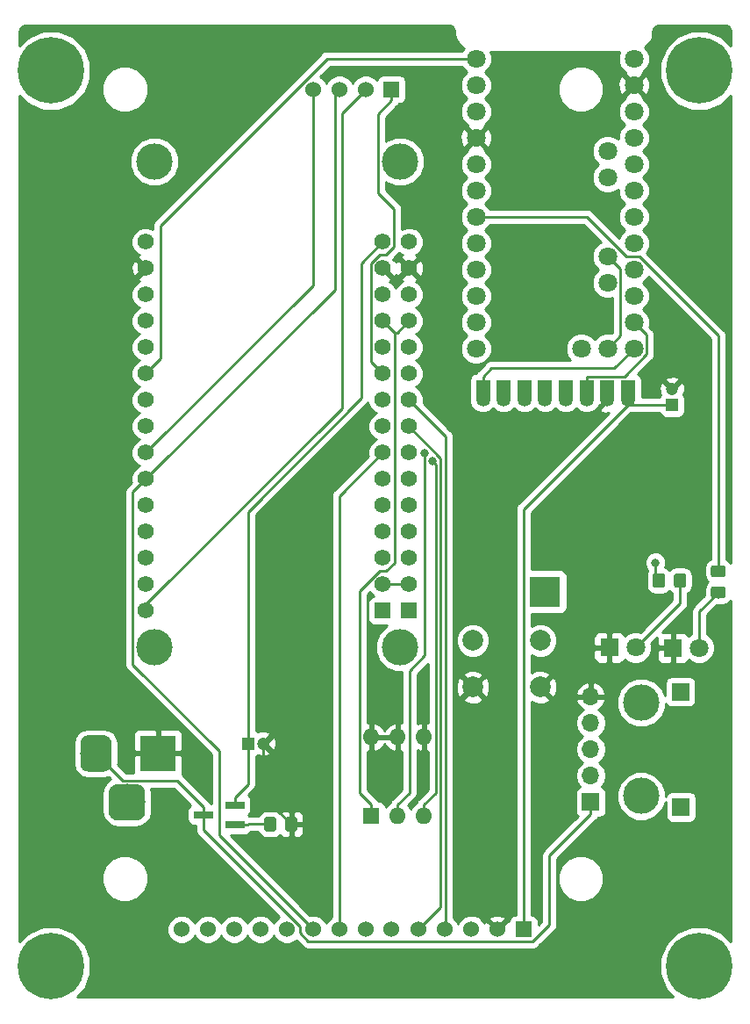
<source format=gbr>
G04 #@! TF.GenerationSoftware,KiCad,Pcbnew,(5.0.2)-1*
G04 #@! TF.CreationDate,2019-09-26T18:13:48+02:00*
G04 #@! TF.ProjectId,AskSinAnalyzer,41736b53-696e-4416-9e61-6c797a65722e,V2.0.1*
G04 #@! TF.SameCoordinates,Original*
G04 #@! TF.FileFunction,Copper,L1,Top*
G04 #@! TF.FilePolarity,Positive*
%FSLAX46Y46*%
G04 Gerber Fmt 4.6, Leading zero omitted, Abs format (unit mm)*
G04 Created by KiCad (PCBNEW (5.0.2)-1) date 26.09.2019 18:13:48*
%MOMM*%
%LPD*%
G01*
G04 APERTURE LIST*
G04 #@! TA.AperFunction,ComponentPad*
%ADD10R,1.560000X1.560000*%
G04 #@! TD*
G04 #@! TA.AperFunction,ComponentPad*
%ADD11C,1.560000*%
G04 #@! TD*
G04 #@! TA.AperFunction,ComponentPad*
%ADD12C,3.500000*%
G04 #@! TD*
G04 #@! TA.AperFunction,ComponentPad*
%ADD13C,0.800000*%
G04 #@! TD*
G04 #@! TA.AperFunction,ComponentPad*
%ADD14C,6.400000*%
G04 #@! TD*
G04 #@! TA.AperFunction,ComponentPad*
%ADD15R,3.000000X3.000000*%
G04 #@! TD*
G04 #@! TA.AperFunction,ComponentPad*
%ADD16R,1.200000X1.200000*%
G04 #@! TD*
G04 #@! TA.AperFunction,ComponentPad*
%ADD17C,1.200000*%
G04 #@! TD*
G04 #@! TA.AperFunction,ComponentPad*
%ADD18R,1.800000X1.800000*%
G04 #@! TD*
G04 #@! TA.AperFunction,ComponentPad*
%ADD19C,1.800000*%
G04 #@! TD*
G04 #@! TA.AperFunction,ComponentPad*
%ADD20R,3.500000X3.500000*%
G04 #@! TD*
G04 #@! TA.AperFunction,Conductor*
%ADD21C,0.100000*%
G04 #@! TD*
G04 #@! TA.AperFunction,ComponentPad*
%ADD22C,3.000000*%
G04 #@! TD*
G04 #@! TA.AperFunction,SMDPad,CuDef*
%ADD23R,1.900000X0.800000*%
G04 #@! TD*
G04 #@! TA.AperFunction,SMDPad,CuDef*
%ADD24C,1.150000*%
G04 #@! TD*
G04 #@! TA.AperFunction,ComponentPad*
%ADD25R,1.600000X1.600000*%
G04 #@! TD*
G04 #@! TA.AperFunction,ComponentPad*
%ADD26O,1.600000X1.600000*%
G04 #@! TD*
G04 #@! TA.AperFunction,ComponentPad*
%ADD27C,2.000000*%
G04 #@! TD*
G04 #@! TA.AperFunction,ComponentPad*
%ADD28C,1.350000*%
G04 #@! TD*
G04 #@! TA.AperFunction,ConnectorPad*
%ADD29R,1.350000X1.800000*%
G04 #@! TD*
G04 #@! TA.AperFunction,ComponentPad*
%ADD30R,1.524000X1.524000*%
G04 #@! TD*
G04 #@! TA.AperFunction,ComponentPad*
%ADD31C,1.524000*%
G04 #@! TD*
G04 #@! TA.AperFunction,ComponentPad*
%ADD32R,1.700000X1.700000*%
G04 #@! TD*
G04 #@! TA.AperFunction,ComponentPad*
%ADD33O,1.700000X1.700000*%
G04 #@! TD*
G04 #@! TA.AperFunction,ViaPad*
%ADD34C,0.800000*%
G04 #@! TD*
G04 #@! TA.AperFunction,Conductor*
%ADD35C,0.250000*%
G04 #@! TD*
G04 #@! TA.AperFunction,Conductor*
%ADD36C,0.254000*%
G04 #@! TD*
G04 APERTURE END LIST*
D10*
G04 #@! TO.P,U3,1*
G04 #@! TO.N,Net-(U3-Pad1)*
X148590000Y-107950000D03*
D11*
G04 #@! TO.P,U3,2*
G04 #@! TO.N,Net-(U3-Pad2)*
X148590000Y-105410000D03*
G04 #@! TO.P,U3,3*
G04 #@! TO.N,Net-(U3-Pad3)*
X148590000Y-102870000D03*
G04 #@! TO.P,U3,4*
G04 #@! TO.N,Net-(U3-Pad4)*
X148590000Y-100330000D03*
G04 #@! TO.P,U3,5*
G04 #@! TO.N,Net-(U3-Pad5)*
X148590000Y-97790000D03*
G04 #@! TO.P,U3,6*
G04 #@! TO.N,Net-(R3-Pad2)*
X148590000Y-95250000D03*
G04 #@! TO.P,U3,7*
G04 #@! TO.N,LED*
X148590000Y-92710000D03*
G04 #@! TO.P,U3,8*
G04 #@! TO.N,DC*
X148590000Y-90170000D03*
G04 #@! TO.P,U3,9*
G04 #@! TO.N,RS*
X148590000Y-87630000D03*
G04 #@! TO.P,U3,10*
G04 #@! TO.N,SD_CS*
X148590000Y-85090000D03*
G04 #@! TO.P,U3,11*
G04 #@! TO.N,/SW1_2*
X148590000Y-82550000D03*
G04 #@! TO.P,U3,12*
G04 #@! TO.N,/SW1_1*
X148590000Y-80010000D03*
G04 #@! TO.P,U3,13*
G04 #@! TO.N,/SW1_3*
X148590000Y-77470000D03*
G04 #@! TO.P,U3,14*
G04 #@! TO.N,GND*
X148590000Y-74930000D03*
G04 #@! TO.P,U3,15*
G04 #@! TO.N,+5V*
X148590000Y-72390000D03*
G04 #@! TO.P,U3,16*
G04 #@! TO.N,D_SDA*
X123190000Y-107950000D03*
G04 #@! TO.P,U3,17*
G04 #@! TO.N,Net-(U3-Pad17)*
X123190000Y-105410000D03*
G04 #@! TO.P,U3,18*
G04 #@! TO.N,Net-(U3-Pad18)*
X123190000Y-102870000D03*
G04 #@! TO.P,U3,19*
G04 #@! TO.N,N/C*
X123190000Y-100330000D03*
G04 #@! TO.P,U3,20*
G04 #@! TO.N,Net-(U3-Pad20)*
X123190000Y-97790000D03*
G04 #@! TO.P,U3,21*
G04 #@! TO.N,D_SDO*
X123190000Y-95250000D03*
G04 #@! TO.P,U3,22*
G04 #@! TO.N,D_SCK*
X123190000Y-92710000D03*
G04 #@! TO.P,U3,23*
G04 #@! TO.N,CS*
X123190000Y-90170000D03*
G04 #@! TO.P,U3,24*
G04 #@! TO.N,Net-(U3-Pad24)*
X123190000Y-87630000D03*
G04 #@! TO.P,U3,25*
G04 #@! TO.N,/TXD*
X123190000Y-85090000D03*
G04 #@! TO.P,U3,26*
G04 #@! TO.N,Net-(U3-Pad26)*
X123190000Y-82550000D03*
G04 #@! TO.P,U3,27*
G04 #@! TO.N,Net-(U3-Pad27)*
X123190000Y-80010000D03*
G04 #@! TO.P,U3,28*
G04 #@! TO.N,SW2*
X123190000Y-77470000D03*
G04 #@! TO.P,U3,29*
G04 #@! TO.N,GND*
X123190000Y-74930000D03*
G04 #@! TO.P,U3,30*
G04 #@! TO.N,+3V3*
X123190000Y-72390000D03*
D10*
G04 #@! TO.P,U3,1*
G04 #@! TO.N,Net-(U3-Pad1)*
X146050000Y-107950000D03*
D11*
G04 #@! TO.P,U3,2*
G04 #@! TO.N,Net-(U3-Pad2)*
X146050000Y-105410000D03*
G04 #@! TO.P,U3,3*
G04 #@! TO.N,Net-(U3-Pad3)*
X146050000Y-102870000D03*
G04 #@! TO.P,U3,4*
G04 #@! TO.N,Net-(U3-Pad4)*
X146050000Y-100330000D03*
G04 #@! TO.P,U3,5*
G04 #@! TO.N,Net-(U3-Pad5)*
X146050000Y-97790000D03*
G04 #@! TO.P,U3,6*
G04 #@! TO.N,Net-(R3-Pad2)*
X146050000Y-95250000D03*
G04 #@! TO.P,U3,7*
G04 #@! TO.N,LED*
X146050000Y-92710000D03*
G04 #@! TO.P,U3,8*
G04 #@! TO.N,DC*
X146050000Y-90170000D03*
G04 #@! TO.P,U3,9*
G04 #@! TO.N,RS*
X146050000Y-87630000D03*
G04 #@! TO.P,U3,10*
G04 #@! TO.N,SD_CS*
X146050000Y-85090000D03*
G04 #@! TO.P,U3,11*
G04 #@! TO.N,/SW1_2*
X146050000Y-82550000D03*
G04 #@! TO.P,U3,12*
G04 #@! TO.N,/SW1_1*
X146050000Y-80010000D03*
G04 #@! TO.P,U3,13*
G04 #@! TO.N,/SW1_3*
X146050000Y-77470000D03*
G04 #@! TO.P,U3,14*
G04 #@! TO.N,GND*
X146050000Y-74930000D03*
G04 #@! TO.P,U3,15*
G04 #@! TO.N,+5V*
X146050000Y-72390000D03*
D12*
G04 #@! TO.P,U3,*
G04 #@! TO.N,*
X147740000Y-111440000D03*
X147740000Y-64640000D03*
X124040000Y-111440000D03*
X124040000Y-64640000D03*
G04 #@! TD*
D13*
G04 #@! TO.P,REF02,1*
G04 #@! TO.N,N/C*
X178291056Y-54182944D03*
X176594000Y-53480000D03*
X174896944Y-54182944D03*
X174194000Y-55880000D03*
X174896944Y-57577056D03*
X176594000Y-58280000D03*
X178291056Y-57577056D03*
X178994000Y-55880000D03*
D14*
X176594000Y-55880000D03*
G04 #@! TD*
D13*
G04 #@! TO.P,REF01,1*
G04 #@! TO.N,N/C*
X115743056Y-54182944D03*
X114046000Y-53480000D03*
X112348944Y-54182944D03*
X111646000Y-55880000D03*
X112348944Y-57577056D03*
X114046000Y-58280000D03*
X115743056Y-57577056D03*
X116446000Y-55880000D03*
D14*
X114046000Y-55880000D03*
G04 #@! TD*
D13*
G04 #@! TO.P,REF03,1*
G04 #@! TO.N,N/C*
X115743056Y-140542944D03*
X114046000Y-139840000D03*
X112348944Y-140542944D03*
X111646000Y-142240000D03*
X112348944Y-143937056D03*
X114046000Y-144640000D03*
X115743056Y-143937056D03*
X116446000Y-142240000D03*
D14*
X114046000Y-142240000D03*
G04 #@! TD*
D13*
G04 #@! TO.P,REF04,1*
G04 #@! TO.N,N/C*
X178291056Y-140542944D03*
X176594000Y-139840000D03*
X174896944Y-140542944D03*
X174194000Y-142240000D03*
X174896944Y-143937056D03*
X176594000Y-144640000D03*
X178291056Y-143937056D03*
X178994000Y-142240000D03*
D14*
X176594000Y-142240000D03*
G04 #@! TD*
D15*
G04 #@! TO.P,Antenne,1*
G04 #@! TO.N,N/C*
X161722000Y-106121000D03*
G04 #@! TD*
D16*
G04 #@! TO.P,C1,1*
G04 #@! TO.N,+5V*
X133058000Y-120752000D03*
D17*
G04 #@! TO.P,C1,2*
G04 #@! TO.N,GND*
X134558000Y-120752000D03*
G04 #@! TD*
G04 #@! TO.P,C2,2*
G04 #@! TO.N,GND*
X173990000Y-86587200D03*
D16*
G04 #@! TO.P,C2,1*
G04 #@! TO.N,+3V3*
X173990000Y-88087200D03*
G04 #@! TD*
D18*
G04 #@! TO.P,D1,1*
G04 #@! TO.N,GND*
X174066000Y-111531000D03*
D19*
G04 #@! TO.P,D1,2*
G04 #@! TO.N,Net-(D1-Pad2)*
X176606000Y-111531000D03*
G04 #@! TD*
G04 #@! TO.P,D2,2*
G04 #@! TO.N,Net-(D2-Pad2)*
X170472000Y-111506000D03*
D18*
G04 #@! TO.P,D2,1*
G04 #@! TO.N,GND*
X167932000Y-111506000D03*
G04 #@! TD*
D20*
G04 #@! TO.P,J1,1*
G04 #@! TO.N,GND*
X124371000Y-121704000D03*
D21*
G04 #@! TD*
G04 #@! TO.N,Net-(J1-Pad2)*
G04 #@! TO.C,J1*
G36*
X119194513Y-119957611D02*
X119267318Y-119968411D01*
X119338714Y-119986295D01*
X119408013Y-120011090D01*
X119474548Y-120042559D01*
X119537678Y-120080398D01*
X119596795Y-120124242D01*
X119651330Y-120173670D01*
X119700758Y-120228205D01*
X119744602Y-120287322D01*
X119782441Y-120350452D01*
X119813910Y-120416987D01*
X119838705Y-120486286D01*
X119856589Y-120557682D01*
X119867389Y-120630487D01*
X119871000Y-120704000D01*
X119871000Y-122704000D01*
X119867389Y-122777513D01*
X119856589Y-122850318D01*
X119838705Y-122921714D01*
X119813910Y-122991013D01*
X119782441Y-123057548D01*
X119744602Y-123120678D01*
X119700758Y-123179795D01*
X119651330Y-123234330D01*
X119596795Y-123283758D01*
X119537678Y-123327602D01*
X119474548Y-123365441D01*
X119408013Y-123396910D01*
X119338714Y-123421705D01*
X119267318Y-123439589D01*
X119194513Y-123450389D01*
X119121000Y-123454000D01*
X117621000Y-123454000D01*
X117547487Y-123450389D01*
X117474682Y-123439589D01*
X117403286Y-123421705D01*
X117333987Y-123396910D01*
X117267452Y-123365441D01*
X117204322Y-123327602D01*
X117145205Y-123283758D01*
X117090670Y-123234330D01*
X117041242Y-123179795D01*
X116997398Y-123120678D01*
X116959559Y-123057548D01*
X116928090Y-122991013D01*
X116903295Y-122921714D01*
X116885411Y-122850318D01*
X116874611Y-122777513D01*
X116871000Y-122704000D01*
X116871000Y-120704000D01*
X116874611Y-120630487D01*
X116885411Y-120557682D01*
X116903295Y-120486286D01*
X116928090Y-120416987D01*
X116959559Y-120350452D01*
X116997398Y-120287322D01*
X117041242Y-120228205D01*
X117090670Y-120173670D01*
X117145205Y-120124242D01*
X117204322Y-120080398D01*
X117267452Y-120042559D01*
X117333987Y-120011090D01*
X117403286Y-119986295D01*
X117474682Y-119968411D01*
X117547487Y-119957611D01*
X117621000Y-119954000D01*
X119121000Y-119954000D01*
X119194513Y-119957611D01*
X119194513Y-119957611D01*
G37*
D22*
G04 #@! TO.P,J1,2*
G04 #@! TO.N,Net-(J1-Pad2)*
X118371000Y-121704000D03*
D21*
G04 #@! TD*
G04 #@! TO.N,N/C*
G04 #@! TO.C,J1*
G36*
X122331765Y-124658213D02*
X122416704Y-124670813D01*
X122499999Y-124691677D01*
X122580848Y-124720605D01*
X122658472Y-124757319D01*
X122732124Y-124801464D01*
X122801094Y-124852616D01*
X122864718Y-124910282D01*
X122922384Y-124973906D01*
X122973536Y-125042876D01*
X123017681Y-125116528D01*
X123054395Y-125194152D01*
X123083323Y-125275001D01*
X123104187Y-125358296D01*
X123116787Y-125443235D01*
X123121000Y-125529000D01*
X123121000Y-127279000D01*
X123116787Y-127364765D01*
X123104187Y-127449704D01*
X123083323Y-127532999D01*
X123054395Y-127613848D01*
X123017681Y-127691472D01*
X122973536Y-127765124D01*
X122922384Y-127834094D01*
X122864718Y-127897718D01*
X122801094Y-127955384D01*
X122732124Y-128006536D01*
X122658472Y-128050681D01*
X122580848Y-128087395D01*
X122499999Y-128116323D01*
X122416704Y-128137187D01*
X122331765Y-128149787D01*
X122246000Y-128154000D01*
X120496000Y-128154000D01*
X120410235Y-128149787D01*
X120325296Y-128137187D01*
X120242001Y-128116323D01*
X120161152Y-128087395D01*
X120083528Y-128050681D01*
X120009876Y-128006536D01*
X119940906Y-127955384D01*
X119877282Y-127897718D01*
X119819616Y-127834094D01*
X119768464Y-127765124D01*
X119724319Y-127691472D01*
X119687605Y-127613848D01*
X119658677Y-127532999D01*
X119637813Y-127449704D01*
X119625213Y-127364765D01*
X119621000Y-127279000D01*
X119621000Y-125529000D01*
X119625213Y-125443235D01*
X119637813Y-125358296D01*
X119658677Y-125275001D01*
X119687605Y-125194152D01*
X119724319Y-125116528D01*
X119768464Y-125042876D01*
X119819616Y-124973906D01*
X119877282Y-124910282D01*
X119940906Y-124852616D01*
X120009876Y-124801464D01*
X120083528Y-124757319D01*
X120161152Y-124720605D01*
X120242001Y-124691677D01*
X120325296Y-124670813D01*
X120410235Y-124658213D01*
X120496000Y-124654000D01*
X122246000Y-124654000D01*
X122331765Y-124658213D01*
X122331765Y-124658213D01*
G37*
D12*
G04 #@! TO.P,J1,3*
G04 #@! TO.N,N/C*
X121371000Y-126404000D03*
G04 #@! TD*
D23*
G04 #@! TO.P,Q1,1*
G04 #@! TO.N,Net-(Q1-Pad1)*
X131777000Y-128572000D03*
G04 #@! TO.P,Q1,2*
G04 #@! TO.N,+5V*
X131777000Y-126672000D03*
G04 #@! TO.P,Q1,3*
G04 #@! TO.N,Net-(J1-Pad2)*
X128777000Y-127622000D03*
G04 #@! TD*
D21*
G04 #@! TO.N,Net-(Q1-Pad1)*
G04 #@! TO.C,R1*
G36*
X135544505Y-127825204D02*
X135568773Y-127828804D01*
X135592572Y-127834765D01*
X135615671Y-127843030D01*
X135637850Y-127853520D01*
X135658893Y-127866132D01*
X135678599Y-127880747D01*
X135696777Y-127897223D01*
X135713253Y-127915401D01*
X135727868Y-127935107D01*
X135740480Y-127956150D01*
X135750970Y-127978329D01*
X135759235Y-128001428D01*
X135765196Y-128025227D01*
X135768796Y-128049495D01*
X135770000Y-128073999D01*
X135770000Y-128974001D01*
X135768796Y-128998505D01*
X135765196Y-129022773D01*
X135759235Y-129046572D01*
X135750970Y-129069671D01*
X135740480Y-129091850D01*
X135727868Y-129112893D01*
X135713253Y-129132599D01*
X135696777Y-129150777D01*
X135678599Y-129167253D01*
X135658893Y-129181868D01*
X135637850Y-129194480D01*
X135615671Y-129204970D01*
X135592572Y-129213235D01*
X135568773Y-129219196D01*
X135544505Y-129222796D01*
X135520001Y-129224000D01*
X134869999Y-129224000D01*
X134845495Y-129222796D01*
X134821227Y-129219196D01*
X134797428Y-129213235D01*
X134774329Y-129204970D01*
X134752150Y-129194480D01*
X134731107Y-129181868D01*
X134711401Y-129167253D01*
X134693223Y-129150777D01*
X134676747Y-129132599D01*
X134662132Y-129112893D01*
X134649520Y-129091850D01*
X134639030Y-129069671D01*
X134630765Y-129046572D01*
X134624804Y-129022773D01*
X134621204Y-128998505D01*
X134620000Y-128974001D01*
X134620000Y-128073999D01*
X134621204Y-128049495D01*
X134624804Y-128025227D01*
X134630765Y-128001428D01*
X134639030Y-127978329D01*
X134649520Y-127956150D01*
X134662132Y-127935107D01*
X134676747Y-127915401D01*
X134693223Y-127897223D01*
X134711401Y-127880747D01*
X134731107Y-127866132D01*
X134752150Y-127853520D01*
X134774329Y-127843030D01*
X134797428Y-127834765D01*
X134821227Y-127828804D01*
X134845495Y-127825204D01*
X134869999Y-127824000D01*
X135520001Y-127824000D01*
X135544505Y-127825204D01*
X135544505Y-127825204D01*
G37*
D24*
G04 #@! TD*
G04 #@! TO.P,R1,1*
G04 #@! TO.N,Net-(Q1-Pad1)*
X135195000Y-128524000D03*
D21*
G04 #@! TO.N,GND*
G04 #@! TO.C,R1*
G36*
X137594505Y-127825204D02*
X137618773Y-127828804D01*
X137642572Y-127834765D01*
X137665671Y-127843030D01*
X137687850Y-127853520D01*
X137708893Y-127866132D01*
X137728599Y-127880747D01*
X137746777Y-127897223D01*
X137763253Y-127915401D01*
X137777868Y-127935107D01*
X137790480Y-127956150D01*
X137800970Y-127978329D01*
X137809235Y-128001428D01*
X137815196Y-128025227D01*
X137818796Y-128049495D01*
X137820000Y-128073999D01*
X137820000Y-128974001D01*
X137818796Y-128998505D01*
X137815196Y-129022773D01*
X137809235Y-129046572D01*
X137800970Y-129069671D01*
X137790480Y-129091850D01*
X137777868Y-129112893D01*
X137763253Y-129132599D01*
X137746777Y-129150777D01*
X137728599Y-129167253D01*
X137708893Y-129181868D01*
X137687850Y-129194480D01*
X137665671Y-129204970D01*
X137642572Y-129213235D01*
X137618773Y-129219196D01*
X137594505Y-129222796D01*
X137570001Y-129224000D01*
X136919999Y-129224000D01*
X136895495Y-129222796D01*
X136871227Y-129219196D01*
X136847428Y-129213235D01*
X136824329Y-129204970D01*
X136802150Y-129194480D01*
X136781107Y-129181868D01*
X136761401Y-129167253D01*
X136743223Y-129150777D01*
X136726747Y-129132599D01*
X136712132Y-129112893D01*
X136699520Y-129091850D01*
X136689030Y-129069671D01*
X136680765Y-129046572D01*
X136674804Y-129022773D01*
X136671204Y-128998505D01*
X136670000Y-128974001D01*
X136670000Y-128073999D01*
X136671204Y-128049495D01*
X136674804Y-128025227D01*
X136680765Y-128001428D01*
X136689030Y-127978329D01*
X136699520Y-127956150D01*
X136712132Y-127935107D01*
X136726747Y-127915401D01*
X136743223Y-127897223D01*
X136761401Y-127880747D01*
X136781107Y-127866132D01*
X136802150Y-127853520D01*
X136824329Y-127843030D01*
X136847428Y-127834765D01*
X136871227Y-127828804D01*
X136895495Y-127825204D01*
X136919999Y-127824000D01*
X137570001Y-127824000D01*
X137594505Y-127825204D01*
X137594505Y-127825204D01*
G37*
D24*
G04 #@! TD*
G04 #@! TO.P,R1,2*
G04 #@! TO.N,GND*
X137245000Y-128524000D03*
D21*
G04 #@! TO.N,Net-(D1-Pad2)*
G04 #@! TO.C,R2*
G36*
X178909505Y-105607204D02*
X178933773Y-105610804D01*
X178957572Y-105616765D01*
X178980671Y-105625030D01*
X179002850Y-105635520D01*
X179023893Y-105648132D01*
X179043599Y-105662747D01*
X179061777Y-105679223D01*
X179078253Y-105697401D01*
X179092868Y-105717107D01*
X179105480Y-105738150D01*
X179115970Y-105760329D01*
X179124235Y-105783428D01*
X179130196Y-105807227D01*
X179133796Y-105831495D01*
X179135000Y-105855999D01*
X179135000Y-106506001D01*
X179133796Y-106530505D01*
X179130196Y-106554773D01*
X179124235Y-106578572D01*
X179115970Y-106601671D01*
X179105480Y-106623850D01*
X179092868Y-106644893D01*
X179078253Y-106664599D01*
X179061777Y-106682777D01*
X179043599Y-106699253D01*
X179023893Y-106713868D01*
X179002850Y-106726480D01*
X178980671Y-106736970D01*
X178957572Y-106745235D01*
X178933773Y-106751196D01*
X178909505Y-106754796D01*
X178885001Y-106756000D01*
X177984999Y-106756000D01*
X177960495Y-106754796D01*
X177936227Y-106751196D01*
X177912428Y-106745235D01*
X177889329Y-106736970D01*
X177867150Y-106726480D01*
X177846107Y-106713868D01*
X177826401Y-106699253D01*
X177808223Y-106682777D01*
X177791747Y-106664599D01*
X177777132Y-106644893D01*
X177764520Y-106623850D01*
X177754030Y-106601671D01*
X177745765Y-106578572D01*
X177739804Y-106554773D01*
X177736204Y-106530505D01*
X177735000Y-106506001D01*
X177735000Y-105855999D01*
X177736204Y-105831495D01*
X177739804Y-105807227D01*
X177745765Y-105783428D01*
X177754030Y-105760329D01*
X177764520Y-105738150D01*
X177777132Y-105717107D01*
X177791747Y-105697401D01*
X177808223Y-105679223D01*
X177826401Y-105662747D01*
X177846107Y-105648132D01*
X177867150Y-105635520D01*
X177889329Y-105625030D01*
X177912428Y-105616765D01*
X177936227Y-105610804D01*
X177960495Y-105607204D01*
X177984999Y-105606000D01*
X178885001Y-105606000D01*
X178909505Y-105607204D01*
X178909505Y-105607204D01*
G37*
D24*
G04 #@! TD*
G04 #@! TO.P,R2,2*
G04 #@! TO.N,Net-(D1-Pad2)*
X178435000Y-106181000D03*
D21*
G04 #@! TO.N,Net-(R2-Pad1)*
G04 #@! TO.C,R2*
G36*
X178909505Y-103557204D02*
X178933773Y-103560804D01*
X178957572Y-103566765D01*
X178980671Y-103575030D01*
X179002850Y-103585520D01*
X179023893Y-103598132D01*
X179043599Y-103612747D01*
X179061777Y-103629223D01*
X179078253Y-103647401D01*
X179092868Y-103667107D01*
X179105480Y-103688150D01*
X179115970Y-103710329D01*
X179124235Y-103733428D01*
X179130196Y-103757227D01*
X179133796Y-103781495D01*
X179135000Y-103805999D01*
X179135000Y-104456001D01*
X179133796Y-104480505D01*
X179130196Y-104504773D01*
X179124235Y-104528572D01*
X179115970Y-104551671D01*
X179105480Y-104573850D01*
X179092868Y-104594893D01*
X179078253Y-104614599D01*
X179061777Y-104632777D01*
X179043599Y-104649253D01*
X179023893Y-104663868D01*
X179002850Y-104676480D01*
X178980671Y-104686970D01*
X178957572Y-104695235D01*
X178933773Y-104701196D01*
X178909505Y-104704796D01*
X178885001Y-104706000D01*
X177984999Y-104706000D01*
X177960495Y-104704796D01*
X177936227Y-104701196D01*
X177912428Y-104695235D01*
X177889329Y-104686970D01*
X177867150Y-104676480D01*
X177846107Y-104663868D01*
X177826401Y-104649253D01*
X177808223Y-104632777D01*
X177791747Y-104614599D01*
X177777132Y-104594893D01*
X177764520Y-104573850D01*
X177754030Y-104551671D01*
X177745765Y-104528572D01*
X177739804Y-104504773D01*
X177736204Y-104480505D01*
X177735000Y-104456001D01*
X177735000Y-103805999D01*
X177736204Y-103781495D01*
X177739804Y-103757227D01*
X177745765Y-103733428D01*
X177754030Y-103710329D01*
X177764520Y-103688150D01*
X177777132Y-103667107D01*
X177791747Y-103647401D01*
X177808223Y-103629223D01*
X177826401Y-103612747D01*
X177846107Y-103598132D01*
X177867150Y-103585520D01*
X177889329Y-103575030D01*
X177912428Y-103566765D01*
X177936227Y-103560804D01*
X177960495Y-103557204D01*
X177984999Y-103556000D01*
X178885001Y-103556000D01*
X178909505Y-103557204D01*
X178909505Y-103557204D01*
G37*
D24*
G04 #@! TD*
G04 #@! TO.P,R2,1*
G04 #@! TO.N,Net-(R2-Pad1)*
X178435000Y-104131000D03*
D21*
G04 #@! TO.N,Net-(D2-Pad2)*
G04 #@! TO.C,R3*
G36*
X175110505Y-104330204D02*
X175134773Y-104333804D01*
X175158572Y-104339765D01*
X175181671Y-104348030D01*
X175203850Y-104358520D01*
X175224893Y-104371132D01*
X175244599Y-104385747D01*
X175262777Y-104402223D01*
X175279253Y-104420401D01*
X175293868Y-104440107D01*
X175306480Y-104461150D01*
X175316970Y-104483329D01*
X175325235Y-104506428D01*
X175331196Y-104530227D01*
X175334796Y-104554495D01*
X175336000Y-104578999D01*
X175336000Y-105479001D01*
X175334796Y-105503505D01*
X175331196Y-105527773D01*
X175325235Y-105551572D01*
X175316970Y-105574671D01*
X175306480Y-105596850D01*
X175293868Y-105617893D01*
X175279253Y-105637599D01*
X175262777Y-105655777D01*
X175244599Y-105672253D01*
X175224893Y-105686868D01*
X175203850Y-105699480D01*
X175181671Y-105709970D01*
X175158572Y-105718235D01*
X175134773Y-105724196D01*
X175110505Y-105727796D01*
X175086001Y-105729000D01*
X174435999Y-105729000D01*
X174411495Y-105727796D01*
X174387227Y-105724196D01*
X174363428Y-105718235D01*
X174340329Y-105709970D01*
X174318150Y-105699480D01*
X174297107Y-105686868D01*
X174277401Y-105672253D01*
X174259223Y-105655777D01*
X174242747Y-105637599D01*
X174228132Y-105617893D01*
X174215520Y-105596850D01*
X174205030Y-105574671D01*
X174196765Y-105551572D01*
X174190804Y-105527773D01*
X174187204Y-105503505D01*
X174186000Y-105479001D01*
X174186000Y-104578999D01*
X174187204Y-104554495D01*
X174190804Y-104530227D01*
X174196765Y-104506428D01*
X174205030Y-104483329D01*
X174215520Y-104461150D01*
X174228132Y-104440107D01*
X174242747Y-104420401D01*
X174259223Y-104402223D01*
X174277401Y-104385747D01*
X174297107Y-104371132D01*
X174318150Y-104358520D01*
X174340329Y-104348030D01*
X174363428Y-104339765D01*
X174387227Y-104333804D01*
X174411495Y-104330204D01*
X174435999Y-104329000D01*
X175086001Y-104329000D01*
X175110505Y-104330204D01*
X175110505Y-104330204D01*
G37*
D24*
G04 #@! TD*
G04 #@! TO.P,R3,1*
G04 #@! TO.N,Net-(D2-Pad2)*
X174761000Y-105029000D03*
D21*
G04 #@! TO.N,Net-(R3-Pad2)*
G04 #@! TO.C,R3*
G36*
X173060505Y-104330204D02*
X173084773Y-104333804D01*
X173108572Y-104339765D01*
X173131671Y-104348030D01*
X173153850Y-104358520D01*
X173174893Y-104371132D01*
X173194599Y-104385747D01*
X173212777Y-104402223D01*
X173229253Y-104420401D01*
X173243868Y-104440107D01*
X173256480Y-104461150D01*
X173266970Y-104483329D01*
X173275235Y-104506428D01*
X173281196Y-104530227D01*
X173284796Y-104554495D01*
X173286000Y-104578999D01*
X173286000Y-105479001D01*
X173284796Y-105503505D01*
X173281196Y-105527773D01*
X173275235Y-105551572D01*
X173266970Y-105574671D01*
X173256480Y-105596850D01*
X173243868Y-105617893D01*
X173229253Y-105637599D01*
X173212777Y-105655777D01*
X173194599Y-105672253D01*
X173174893Y-105686868D01*
X173153850Y-105699480D01*
X173131671Y-105709970D01*
X173108572Y-105718235D01*
X173084773Y-105724196D01*
X173060505Y-105727796D01*
X173036001Y-105729000D01*
X172385999Y-105729000D01*
X172361495Y-105727796D01*
X172337227Y-105724196D01*
X172313428Y-105718235D01*
X172290329Y-105709970D01*
X172268150Y-105699480D01*
X172247107Y-105686868D01*
X172227401Y-105672253D01*
X172209223Y-105655777D01*
X172192747Y-105637599D01*
X172178132Y-105617893D01*
X172165520Y-105596850D01*
X172155030Y-105574671D01*
X172146765Y-105551572D01*
X172140804Y-105527773D01*
X172137204Y-105503505D01*
X172136000Y-105479001D01*
X172136000Y-104578999D01*
X172137204Y-104554495D01*
X172140804Y-104530227D01*
X172146765Y-104506428D01*
X172155030Y-104483329D01*
X172165520Y-104461150D01*
X172178132Y-104440107D01*
X172192747Y-104420401D01*
X172209223Y-104402223D01*
X172227401Y-104385747D01*
X172247107Y-104371132D01*
X172268150Y-104358520D01*
X172290329Y-104348030D01*
X172313428Y-104339765D01*
X172337227Y-104333804D01*
X172361495Y-104330204D01*
X172385999Y-104329000D01*
X173036001Y-104329000D01*
X173060505Y-104330204D01*
X173060505Y-104330204D01*
G37*
D24*
G04 #@! TD*
G04 #@! TO.P,R3,2*
G04 #@! TO.N,Net-(R3-Pad2)*
X172711000Y-105029000D03*
D25*
G04 #@! TO.P,SW1,1*
G04 #@! TO.N,/SW1_1*
X144970000Y-127762000D03*
D26*
G04 #@! TO.P,SW1,4*
G04 #@! TO.N,GND*
X150050000Y-120142000D03*
G04 #@! TO.P,SW1,2*
G04 #@! TO.N,/SW1_2*
X147510000Y-127762000D03*
G04 #@! TO.P,SW1,5*
G04 #@! TO.N,GND*
X147510000Y-120142000D03*
G04 #@! TO.P,SW1,3*
G04 #@! TO.N,/SW1_3*
X150050000Y-127762000D03*
G04 #@! TO.P,SW1,6*
G04 #@! TO.N,GND*
X144970000Y-120142000D03*
G04 #@! TD*
D27*
G04 #@! TO.P,SW2,2*
G04 #@! TO.N,GND*
X154762000Y-115320000D03*
G04 #@! TO.P,SW2,1*
G04 #@! TO.N,SW2*
X154762000Y-110820000D03*
G04 #@! TO.P,SW2,2*
G04 #@! TO.N,GND*
X161262000Y-115320000D03*
G04 #@! TO.P,SW2,1*
G04 #@! TO.N,SW2*
X161262000Y-110820000D03*
G04 #@! TD*
D19*
G04 #@! TO.P,U1,28*
G04 #@! TO.N,Net-(U1-Pad28)*
X167767000Y-73787000D03*
G04 #@! TO.P,U1,27*
G04 #@! TO.N,Net-(U1-Pad27)*
X167767000Y-76327000D03*
X165227000Y-82677000D03*
G04 #@! TO.P,U1,28*
G04 #@! TO.N,Net-(U1-Pad28)*
X167767000Y-82677000D03*
G04 #@! TO.P,U1,1*
G04 #@! TO.N,/SS*
X170307000Y-82677000D03*
G04 #@! TO.P,U1,2*
G04 #@! TO.N,/MOSI*
X170307000Y-80137000D03*
G04 #@! TO.P,U1,3*
G04 #@! TO.N,/MISO*
X170307000Y-77597000D03*
G04 #@! TO.P,U1,4*
G04 #@! TO.N,/SCK*
X170307000Y-75057000D03*
G04 #@! TO.P,U1,5*
G04 #@! TO.N,Net-(U1-Pad5)*
X170307000Y-72517000D03*
G04 #@! TO.P,U1,6*
G04 #@! TO.N,Net-(U1-Pad6)*
X170307000Y-69977000D03*
G04 #@! TO.P,U1,7*
G04 #@! TO.N,Net-(U1-Pad7)*
X170307000Y-67437000D03*
G04 #@! TO.P,U1,8*
G04 #@! TO.N,Net-(U1-Pad8)*
X170307000Y-64897000D03*
G04 #@! TO.P,U1,9*
G04 #@! TO.N,+3V3*
X170307000Y-62357000D03*
G04 #@! TO.P,U1,10*
G04 #@! TO.N,Net-(U1-Pad10)*
X170307000Y-59817000D03*
G04 #@! TO.P,U1,11*
G04 #@! TO.N,GND*
X170307000Y-57277000D03*
G04 #@! TO.P,U1,12*
G04 #@! TO.N,Net-(U1-Pad12)*
X170307000Y-54737000D03*
G04 #@! TO.P,U1,13*
G04 #@! TO.N,/TXD*
X155067000Y-54737000D03*
G04 #@! TO.P,U1,14*
G04 #@! TO.N,Net-(U1-Pad14)*
X155067000Y-57277000D03*
G04 #@! TO.P,U1,15*
G04 #@! TO.N,Net-(U1-Pad15)*
X155067000Y-59817000D03*
G04 #@! TO.P,U1,16*
G04 #@! TO.N,GND*
X155067000Y-62357000D03*
G04 #@! TO.P,U1,17*
G04 #@! TO.N,/D2*
X155067000Y-64897000D03*
G04 #@! TO.P,U1,18*
G04 #@! TO.N,Net-(U1-Pad18)*
X155067000Y-67437000D03*
G04 #@! TO.P,U1,19*
G04 #@! TO.N,Net-(R2-Pad1)*
X155067000Y-69977000D03*
G04 #@! TO.P,U1,20*
G04 #@! TO.N,Net-(U1-Pad20)*
X155067000Y-72517000D03*
G04 #@! TO.P,U1,21*
G04 #@! TO.N,Net-(U1-Pad21)*
X155067000Y-75057000D03*
G04 #@! TO.P,U1,22*
G04 #@! TO.N,Net-(U1-Pad22)*
X155067000Y-77597000D03*
G04 #@! TO.P,U1,23*
G04 #@! TO.N,Net-(U1-Pad23)*
X155067000Y-80137000D03*
G04 #@! TO.P,U1,24*
G04 #@! TO.N,Net-(U1-Pad24)*
X155067000Y-82677000D03*
G04 #@! TO.P,U1,25*
G04 #@! TO.N,Net-(U1-Pad25)*
X167767000Y-66167000D03*
G04 #@! TO.P,U1,26*
G04 #@! TO.N,Net-(U1-Pad26)*
X167767000Y-63627000D03*
G04 #@! TD*
D28*
G04 #@! TO.P,U2,8*
G04 #@! TO.N,/SS*
X155734000Y-87590000D03*
D29*
X155734000Y-86590000D03*
D28*
G04 #@! TO.P,U2,1*
G04 #@! TO.N,+3V3*
X169734000Y-87590000D03*
G04 #@! TO.P,U2,2*
G04 #@! TO.N,GND*
X167734000Y-87590000D03*
G04 #@! TO.P,U2,3*
G04 #@! TO.N,/MOSI*
X165734000Y-87590000D03*
G04 #@! TO.P,U2,4*
G04 #@! TO.N,/SCK*
X163734000Y-87590000D03*
G04 #@! TO.P,U2,5*
G04 #@! TO.N,/MISO*
X161734000Y-87590000D03*
G04 #@! TO.P,U2,6*
G04 #@! TO.N,Net-(U2-Pad6)*
X159734000Y-87590000D03*
G04 #@! TO.P,U2,7*
G04 #@! TO.N,/D2*
X157734000Y-87590000D03*
D29*
G04 #@! TO.P,U2,1*
G04 #@! TO.N,+3V3*
X169734000Y-86590000D03*
G04 #@! TO.P,U2,2*
G04 #@! TO.N,GND*
X167734000Y-86590000D03*
G04 #@! TO.P,U2,3*
G04 #@! TO.N,/MOSI*
X165734000Y-86590000D03*
G04 #@! TO.P,U2,4*
G04 #@! TO.N,/SCK*
X163734000Y-86590000D03*
G04 #@! TO.P,U2,5*
G04 #@! TO.N,/MISO*
X161734000Y-86590000D03*
G04 #@! TO.P,U2,6*
G04 #@! TO.N,Net-(U2-Pad6)*
X159734000Y-86590000D03*
G04 #@! TO.P,U2,7*
G04 #@! TO.N,/D2*
X157734000Y-86590000D03*
G04 #@! TD*
D30*
G04 #@! TO.P,U4,1*
G04 #@! TO.N,+3V3*
X159658000Y-138673500D03*
D31*
G04 #@! TO.P,U4,2*
G04 #@! TO.N,GND*
X157118000Y-138673500D03*
G04 #@! TO.P,U4,3*
G04 #@! TO.N,CS*
X154608000Y-138673500D03*
G04 #@! TO.P,U4,4*
G04 #@! TO.N,RS*
X152038000Y-138673500D03*
G04 #@! TO.P,U4,5*
G04 #@! TO.N,DC*
X149498000Y-138673500D03*
G04 #@! TO.P,U4,6*
G04 #@! TO.N,D_SDA*
X146858000Y-138673500D03*
G04 #@! TO.P,U4,7*
G04 #@! TO.N,D_SCK*
X144418000Y-138673500D03*
G04 #@! TO.P,U4,8*
G04 #@! TO.N,LED*
X141878000Y-138673500D03*
G04 #@! TO.P,U4,9*
G04 #@! TO.N,D_SDO*
X139338000Y-138673500D03*
G04 #@! TO.P,U4,10*
G04 #@! TO.N,Net-(U4-Pad10)*
X136798000Y-138673500D03*
G04 #@! TO.P,U4,11*
G04 #@! TO.N,Net-(U4-Pad11)*
X134258000Y-138673500D03*
G04 #@! TO.P,U4,12*
G04 #@! TO.N,Net-(U4-Pad12)*
X131718000Y-138673500D03*
G04 #@! TO.P,U4,13*
G04 #@! TO.N,Net-(U4-Pad13)*
X129178000Y-138673500D03*
G04 #@! TO.P,U4,14*
G04 #@! TO.N,Net-(U4-Pad14)*
X126638000Y-138673500D03*
D30*
G04 #@! TO.P,U4,15*
G04 #@! TO.N,SD_CS*
X146918000Y-57673500D03*
D31*
G04 #@! TO.P,U4,16*
G04 #@! TO.N,D_SDA*
X144418000Y-57673500D03*
G04 #@! TO.P,U4,17*
G04 #@! TO.N,D_SDO*
X141878000Y-57673500D03*
G04 #@! TO.P,U4,18*
G04 #@! TO.N,D_SCK*
X139338000Y-57673500D03*
G04 #@! TD*
D32*
G04 #@! TO.P,J2,1*
G04 #@! TO.N,Net-(J1-Pad2)*
X166137000Y-126399000D03*
D33*
G04 #@! TO.P,J2,2*
G04 #@! TO.N,Net-(J2-Pad2)*
X166137000Y-123859000D03*
G04 #@! TO.P,J2,3*
G04 #@! TO.N,Net-(J2-Pad3)*
X166137000Y-121319000D03*
G04 #@! TO.P,J2,4*
G04 #@! TO.N,Net-(J2-Pad4)*
X166137000Y-118779000D03*
G04 #@! TO.P,J2,5*
G04 #@! TO.N,GND*
X166137000Y-116239000D03*
D32*
G04 #@! TO.P,J2,*
G04 #@! TO.N,*
X174847000Y-126869000D03*
X174797000Y-115769000D03*
D12*
X170997000Y-116819000D03*
X170997000Y-125819000D03*
G04 #@! TD*
D34*
G04 #@! TO.N,Net-(R3-Pad2)*
X172385900Y-103313400D03*
G04 #@! TO.N,/SW1_2*
X150132100Y-92760900D03*
G04 #@! TO.N,/SW1_3*
X150891500Y-93509900D03*
G04 #@! TD*
D35*
G04 #@! TO.N,+3V3*
X169734000Y-88087200D02*
X169734000Y-87590000D01*
X159658000Y-138673500D02*
X159658000Y-98163200D01*
X159658000Y-98163200D02*
X169734000Y-88087200D01*
X169734000Y-88087200D02*
X173064700Y-88087200D01*
X173990000Y-88087200D02*
X173064700Y-88087200D01*
X169734000Y-86590000D02*
X169734000Y-87590000D01*
G04 #@! TO.N,GND*
X167734000Y-86590000D02*
X167734000Y-87590000D01*
X147510000Y-120142000D02*
X144970000Y-120142000D01*
X155067000Y-62357000D02*
X151680200Y-65743800D01*
X151680200Y-65743800D02*
X151680200Y-71839800D01*
X151680200Y-71839800D02*
X148590000Y-74930000D01*
X134558000Y-120752000D02*
X134558000Y-125837000D01*
X134558000Y-125837000D02*
X137245000Y-128524000D01*
G04 #@! TO.N,Net-(D1-Pad2)*
X178435000Y-106181000D02*
X176606000Y-108010000D01*
X176606000Y-108010000D02*
X176606000Y-111531000D01*
G04 #@! TO.N,/MOSI*
X165734000Y-86590000D02*
X165734000Y-85364700D01*
X165734000Y-85364700D02*
X169385300Y-85364700D01*
X169385300Y-85364700D02*
X171539400Y-83210600D01*
X171539400Y-83210600D02*
X171539400Y-81369400D01*
X171539400Y-81369400D02*
X170307000Y-80137000D01*
X165734000Y-87590000D02*
X165734000Y-86590000D01*
G04 #@! TO.N,/MISO*
X161734000Y-86590000D02*
X161734000Y-87590000D01*
G04 #@! TO.N,Net-(U1-Pad28)*
X167767000Y-82677000D02*
X168999400Y-81444600D01*
X168999400Y-81444600D02*
X168999400Y-75019400D01*
X168999400Y-75019400D02*
X167767000Y-73787000D01*
G04 #@! TO.N,/SS*
X155734000Y-86590000D02*
X155734000Y-85364700D01*
X155734000Y-85364700D02*
X156531100Y-84567600D01*
X156531100Y-84567600D02*
X168416400Y-84567600D01*
X168416400Y-84567600D02*
X170307000Y-82677000D01*
X155734000Y-87590000D02*
X155734000Y-86590000D01*
G04 #@! TO.N,/D2*
X157734000Y-87590000D02*
X157734000Y-86590000D01*
G04 #@! TO.N,+5V*
X133058000Y-120752000D02*
X133058000Y-119826700D01*
X133058000Y-119826700D02*
X133058000Y-98400300D01*
X133058000Y-98400300D02*
X143992100Y-87466200D01*
X143992100Y-87466200D02*
X143992100Y-74447900D01*
X143992100Y-74447900D02*
X146050000Y-72390000D01*
X131777000Y-125946700D02*
X133058000Y-124665700D01*
X133058000Y-124665700D02*
X133058000Y-120752000D01*
X131777000Y-126672000D02*
X131777000Y-125946700D01*
G04 #@! TO.N,Net-(D2-Pad2)*
X174761000Y-105029000D02*
X174761000Y-107217000D01*
X174761000Y-107217000D02*
X170472000Y-111506000D01*
G04 #@! TO.N,Net-(J1-Pad2)*
X166137000Y-126399000D02*
X166137000Y-127574300D01*
X166137000Y-127574300D02*
X162137500Y-131573800D01*
X162137500Y-131573800D02*
X162137500Y-138224900D01*
X162137500Y-138224900D02*
X160548700Y-139813700D01*
X160548700Y-139813700D02*
X138866700Y-139813700D01*
X138866700Y-139813700D02*
X138068000Y-139015000D01*
X138068000Y-139015000D02*
X138068000Y-138405600D01*
X138068000Y-138405600D02*
X128777000Y-129114600D01*
X128777000Y-129114600D02*
X128777000Y-127622000D01*
X128777000Y-127622000D02*
X128777000Y-126896700D01*
X128777000Y-126896700D02*
X126205600Y-124325300D01*
X126205600Y-124325300D02*
X120992300Y-124325300D01*
X120992300Y-124325300D02*
X118371000Y-121704000D01*
G04 #@! TO.N,Net-(Q1-Pad1)*
X131777000Y-128572000D02*
X133052300Y-128572000D01*
X135195000Y-128524000D02*
X133100300Y-128524000D01*
X133100300Y-128524000D02*
X133052300Y-128572000D01*
G04 #@! TO.N,Net-(R2-Pad1)*
X155067000Y-69977000D02*
X165743100Y-69977000D01*
X165743100Y-69977000D02*
X169553100Y-73787000D01*
X169553100Y-73787000D02*
X170809900Y-73787000D01*
X170809900Y-73787000D02*
X178435000Y-81412100D01*
X178435000Y-81412100D02*
X178435000Y-104131000D01*
G04 #@! TO.N,Net-(R3-Pad2)*
X172711000Y-105029000D02*
X172385900Y-104703900D01*
X172385900Y-104703900D02*
X172385900Y-103313400D01*
G04 #@! TO.N,/SW1_1*
X147193400Y-81153400D02*
X146050000Y-80010000D01*
X144970000Y-126636700D02*
X143842200Y-125508900D01*
X143842200Y-125508900D02*
X143842200Y-106050300D01*
X143842200Y-106050300D02*
X145752500Y-104140000D01*
X145752500Y-104140000D02*
X146377400Y-104140000D01*
X146377400Y-104140000D02*
X147193400Y-103324000D01*
X147193400Y-103324000D02*
X147193400Y-81153400D01*
X147193400Y-81153400D02*
X147446600Y-81153400D01*
X147446600Y-81153400D02*
X148590000Y-80010000D01*
X144970000Y-127762000D02*
X144970000Y-126636700D01*
G04 #@! TO.N,/SW1_2*
X147510000Y-126636700D02*
X148635300Y-125511400D01*
X148635300Y-125511400D02*
X148635300Y-113768400D01*
X148635300Y-113768400D02*
X150132100Y-112271600D01*
X150132100Y-112271600D02*
X150132100Y-92760900D01*
X147510000Y-127762000D02*
X147510000Y-126636700D01*
G04 #@! TO.N,/SW1_3*
X150050000Y-126636700D02*
X151200400Y-125486300D01*
X151200400Y-125486300D02*
X151200400Y-93818800D01*
X151200400Y-93818800D02*
X150891500Y-93509900D01*
X150050000Y-127762000D02*
X150050000Y-126636700D01*
G04 #@! TO.N,/TXD*
X155067000Y-54737000D02*
X140690100Y-54737000D01*
X140690100Y-54737000D02*
X124624600Y-70802500D01*
X124624600Y-70802500D02*
X124624600Y-83655400D01*
X124624600Y-83655400D02*
X123190000Y-85090000D01*
G04 #@! TO.N,Net-(U3-Pad2)*
X146050000Y-105410000D02*
X148590000Y-105410000D01*
G04 #@! TO.N,LED*
X141878000Y-138673500D02*
X141878000Y-96882000D01*
X141878000Y-96882000D02*
X146050000Y-92710000D01*
G04 #@! TO.N,DC*
X149498000Y-138673500D02*
X151650800Y-136520700D01*
X151650800Y-136520700D02*
X151650800Y-93230800D01*
X151650800Y-93230800D02*
X148590000Y-90170000D01*
G04 #@! TO.N,RS*
X152038000Y-138673500D02*
X152101200Y-138610300D01*
X152101200Y-138610300D02*
X152101200Y-91141200D01*
X152101200Y-91141200D02*
X148590000Y-87630000D01*
G04 #@! TO.N,SD_CS*
X146918000Y-57673500D02*
X146918000Y-58760800D01*
X146918000Y-58760800D02*
X145585500Y-60093300D01*
X145585500Y-60093300D02*
X145585500Y-67682400D01*
X145585500Y-67682400D02*
X147155400Y-69252300D01*
X147155400Y-69252300D02*
X147155400Y-72888100D01*
X147155400Y-72888100D02*
X146383500Y-73660000D01*
X146383500Y-73660000D02*
X145749100Y-73660000D01*
X145749100Y-73660000D02*
X144942300Y-74466800D01*
X144942300Y-74466800D02*
X144942300Y-83982300D01*
X144942300Y-83982300D02*
X146050000Y-85090000D01*
G04 #@! TO.N,/SCK*
X163734000Y-86590000D02*
X163734000Y-87590000D01*
G04 #@! TO.N,D_SDA*
X144418000Y-57673500D02*
X142103100Y-59988400D01*
X142103100Y-59988400D02*
X142103100Y-88400000D01*
X142103100Y-88400000D02*
X123190000Y-107313100D01*
X123190000Y-107313100D02*
X123190000Y-107950000D01*
G04 #@! TO.N,D_SDO*
X141878000Y-57673500D02*
X141427700Y-58123800D01*
X141427700Y-58123800D02*
X141427700Y-77012300D01*
X141427700Y-77012300D02*
X123190000Y-95250000D01*
X123190000Y-95250000D02*
X121936700Y-96503300D01*
X121936700Y-96503300D02*
X121936700Y-113156200D01*
X121936700Y-113156200D02*
X130277000Y-121496500D01*
X130277000Y-121496500D02*
X130277000Y-129612500D01*
X130277000Y-129612500D02*
X139338000Y-138673500D01*
G04 #@! TO.N,D_SCK*
X139338000Y-57673500D02*
X139338000Y-76562000D01*
X139338000Y-76562000D02*
X123190000Y-92710000D01*
G04 #@! TO.N,Net-(U2-Pad6)*
X159734000Y-86590000D02*
X159734000Y-87590000D01*
G04 #@! TD*
D36*
G04 #@! TO.N,GND*
G36*
X152587787Y-51554065D02*
X152752920Y-51649405D01*
X152875488Y-51795477D01*
X152951555Y-52004465D01*
X152962702Y-52131880D01*
X152981996Y-52352413D01*
X153006003Y-52442010D01*
X153022112Y-52533368D01*
X153172965Y-52947830D01*
X153172966Y-52947835D01*
X153296257Y-53161380D01*
X153579769Y-53499256D01*
X153768660Y-53657754D01*
X153768662Y-53657755D01*
X153899746Y-53733437D01*
X153765690Y-53867493D01*
X153720331Y-53977000D01*
X140764947Y-53977000D01*
X140690100Y-53962112D01*
X140615253Y-53977000D01*
X140615248Y-53977000D01*
X140393563Y-54021096D01*
X140142171Y-54189071D01*
X140099771Y-54252527D01*
X124140130Y-70212169D01*
X124076671Y-70254571D01*
X123908696Y-70505964D01*
X123864600Y-70727649D01*
X123864600Y-70727653D01*
X123849712Y-70802500D01*
X123864600Y-70877347D01*
X123864600Y-71137844D01*
X123471461Y-70975000D01*
X122908539Y-70975000D01*
X122388467Y-71190421D01*
X121990421Y-71588467D01*
X121775000Y-72108539D01*
X121775000Y-72671461D01*
X121990421Y-73191533D01*
X122388467Y-73589579D01*
X122542722Y-73653473D01*
X122448028Y-73692697D01*
X122376350Y-73936745D01*
X123190000Y-74750395D01*
X123204143Y-74736253D01*
X123383748Y-74915858D01*
X123369605Y-74930000D01*
X123383748Y-74944143D01*
X123204143Y-75123748D01*
X123190000Y-75109605D01*
X122376350Y-75923255D01*
X122448028Y-76167303D01*
X122549609Y-76203674D01*
X122388467Y-76270421D01*
X121990421Y-76668467D01*
X121775000Y-77188539D01*
X121775000Y-77751461D01*
X121990421Y-78271533D01*
X122388467Y-78669579D01*
X122558478Y-78740000D01*
X122388467Y-78810421D01*
X121990421Y-79208467D01*
X121775000Y-79728539D01*
X121775000Y-80291461D01*
X121990421Y-80811533D01*
X122388467Y-81209579D01*
X122558478Y-81280000D01*
X122388467Y-81350421D01*
X121990421Y-81748467D01*
X121775000Y-82268539D01*
X121775000Y-82831461D01*
X121990421Y-83351533D01*
X122388467Y-83749579D01*
X122558478Y-83820000D01*
X122388467Y-83890421D01*
X121990421Y-84288467D01*
X121775000Y-84808539D01*
X121775000Y-85371461D01*
X121990421Y-85891533D01*
X122388467Y-86289579D01*
X122558478Y-86360000D01*
X122388467Y-86430421D01*
X121990421Y-86828467D01*
X121775000Y-87348539D01*
X121775000Y-87911461D01*
X121990421Y-88431533D01*
X122388467Y-88829579D01*
X122558478Y-88900000D01*
X122388467Y-88970421D01*
X121990421Y-89368467D01*
X121775000Y-89888539D01*
X121775000Y-90451461D01*
X121990421Y-90971533D01*
X122388467Y-91369579D01*
X122558478Y-91440000D01*
X122388467Y-91510421D01*
X121990421Y-91908467D01*
X121775000Y-92428539D01*
X121775000Y-92991461D01*
X121990421Y-93511533D01*
X122388467Y-93909579D01*
X122558478Y-93980000D01*
X122388467Y-94050421D01*
X121990421Y-94448467D01*
X121775000Y-94968539D01*
X121775000Y-95531461D01*
X121792204Y-95572995D01*
X121452230Y-95912969D01*
X121388771Y-95955371D01*
X121220796Y-96206764D01*
X121176700Y-96428449D01*
X121176700Y-96428453D01*
X121161812Y-96503300D01*
X121176700Y-96578147D01*
X121176701Y-113081348D01*
X121161812Y-113156200D01*
X121176701Y-113231052D01*
X121220797Y-113452737D01*
X121388772Y-113704129D01*
X121452228Y-113746529D01*
X129517000Y-121811303D01*
X129517001Y-126574560D01*
X129475797Y-126574560D01*
X129367329Y-126412227D01*
X129324929Y-126348771D01*
X129261473Y-126306371D01*
X126795931Y-123840830D01*
X126753529Y-123777371D01*
X126691533Y-123735947D01*
X126756000Y-123580310D01*
X126756000Y-121989750D01*
X126597250Y-121831000D01*
X124498000Y-121831000D01*
X124498000Y-121851000D01*
X124244000Y-121851000D01*
X124244000Y-121831000D01*
X122144750Y-121831000D01*
X121986000Y-121989750D01*
X121986000Y-123565300D01*
X121307102Y-123565300D01*
X120506388Y-122764587D01*
X120518440Y-122704000D01*
X120518440Y-120704000D01*
X120412066Y-120169223D01*
X120183861Y-119827690D01*
X121986000Y-119827690D01*
X121986000Y-121418250D01*
X122144750Y-121577000D01*
X124244000Y-121577000D01*
X124244000Y-119477750D01*
X124498000Y-119477750D01*
X124498000Y-121577000D01*
X126597250Y-121577000D01*
X126756000Y-121418250D01*
X126756000Y-119827690D01*
X126659327Y-119594301D01*
X126480698Y-119415673D01*
X126247309Y-119319000D01*
X124656750Y-119319000D01*
X124498000Y-119477750D01*
X124244000Y-119477750D01*
X124085250Y-119319000D01*
X122494691Y-119319000D01*
X122261302Y-119415673D01*
X122082673Y-119594301D01*
X121986000Y-119827690D01*
X120183861Y-119827690D01*
X120109139Y-119715861D01*
X119655777Y-119412934D01*
X119121000Y-119306560D01*
X117621000Y-119306560D01*
X117086223Y-119412934D01*
X116632861Y-119715861D01*
X116329934Y-120169223D01*
X116223560Y-120704000D01*
X116223560Y-122704000D01*
X116329934Y-123238777D01*
X116632861Y-123692139D01*
X117086223Y-123995066D01*
X117621000Y-124101440D01*
X119121000Y-124101440D01*
X119598631Y-124006433D01*
X119794251Y-124202053D01*
X119419472Y-124452472D01*
X119089449Y-124946387D01*
X118973560Y-125529000D01*
X118973560Y-127279000D01*
X119089449Y-127861613D01*
X119419472Y-128355528D01*
X119913387Y-128685551D01*
X120496000Y-128801440D01*
X122246000Y-128801440D01*
X122828613Y-128685551D01*
X123322528Y-128355528D01*
X123652551Y-127861613D01*
X123768440Y-127279000D01*
X123768440Y-125529000D01*
X123680183Y-125085300D01*
X125890799Y-125085300D01*
X127489381Y-126683882D01*
X127369191Y-126764191D01*
X127228843Y-126974235D01*
X127179560Y-127222000D01*
X127179560Y-128022000D01*
X127228843Y-128269765D01*
X127369191Y-128479809D01*
X127579235Y-128620157D01*
X127827000Y-128669440D01*
X128017000Y-128669440D01*
X128017000Y-129039753D01*
X128002112Y-129114600D01*
X128017000Y-129189447D01*
X128017000Y-129189451D01*
X128061096Y-129411136D01*
X128229071Y-129662529D01*
X128292530Y-129704931D01*
X136056242Y-137468644D01*
X136006663Y-137489180D01*
X135613680Y-137882163D01*
X135528000Y-138089013D01*
X135442320Y-137882163D01*
X135049337Y-137489180D01*
X134535881Y-137276500D01*
X133980119Y-137276500D01*
X133466663Y-137489180D01*
X133073680Y-137882163D01*
X132988000Y-138089013D01*
X132902320Y-137882163D01*
X132509337Y-137489180D01*
X131995881Y-137276500D01*
X131440119Y-137276500D01*
X130926663Y-137489180D01*
X130533680Y-137882163D01*
X130448000Y-138089013D01*
X130362320Y-137882163D01*
X129969337Y-137489180D01*
X129455881Y-137276500D01*
X128900119Y-137276500D01*
X128386663Y-137489180D01*
X127993680Y-137882163D01*
X127908000Y-138089013D01*
X127822320Y-137882163D01*
X127429337Y-137489180D01*
X126915881Y-137276500D01*
X126360119Y-137276500D01*
X125846663Y-137489180D01*
X125453680Y-137882163D01*
X125241000Y-138395619D01*
X125241000Y-138951381D01*
X125453680Y-139464837D01*
X125846663Y-139857820D01*
X126360119Y-140070500D01*
X126915881Y-140070500D01*
X127429337Y-139857820D01*
X127822320Y-139464837D01*
X127908000Y-139257987D01*
X127993680Y-139464837D01*
X128386663Y-139857820D01*
X128900119Y-140070500D01*
X129455881Y-140070500D01*
X129969337Y-139857820D01*
X130362320Y-139464837D01*
X130448000Y-139257987D01*
X130533680Y-139464837D01*
X130926663Y-139857820D01*
X131440119Y-140070500D01*
X131995881Y-140070500D01*
X132509337Y-139857820D01*
X132902320Y-139464837D01*
X132988000Y-139257987D01*
X133073680Y-139464837D01*
X133466663Y-139857820D01*
X133980119Y-140070500D01*
X134535881Y-140070500D01*
X135049337Y-139857820D01*
X135442320Y-139464837D01*
X135528000Y-139257987D01*
X135613680Y-139464837D01*
X136006663Y-139857820D01*
X136520119Y-140070500D01*
X137075881Y-140070500D01*
X137589337Y-139857820D01*
X137712678Y-139734479D01*
X138276373Y-140298175D01*
X138318771Y-140361629D01*
X138382224Y-140404027D01*
X138382226Y-140404029D01*
X138507602Y-140487802D01*
X138570163Y-140529604D01*
X138791848Y-140573700D01*
X138791852Y-140573700D01*
X138866699Y-140588588D01*
X138941546Y-140573700D01*
X160473853Y-140573700D01*
X160548700Y-140588588D01*
X160623547Y-140573700D01*
X160623552Y-140573700D01*
X160845237Y-140529604D01*
X161096629Y-140361629D01*
X161139031Y-140298170D01*
X162621973Y-138815229D01*
X162685429Y-138772829D01*
X162853404Y-138521437D01*
X162897500Y-138299752D01*
X162897500Y-138299748D01*
X162912388Y-138224900D01*
X162897500Y-138150052D01*
X162897500Y-133324431D01*
X162929000Y-133324431D01*
X162929000Y-134213569D01*
X163269259Y-135035026D01*
X163897974Y-135663741D01*
X164719431Y-136004000D01*
X165608569Y-136004000D01*
X166430026Y-135663741D01*
X167058741Y-135035026D01*
X167399000Y-134213569D01*
X167399000Y-133324431D01*
X167058741Y-132502974D01*
X166430026Y-131874259D01*
X165608569Y-131534000D01*
X164719431Y-131534000D01*
X163897974Y-131874259D01*
X163269259Y-132502974D01*
X162929000Y-133324431D01*
X162897500Y-133324431D01*
X162897500Y-131888601D01*
X166621473Y-128164629D01*
X166684929Y-128122229D01*
X166835797Y-127896440D01*
X166987000Y-127896440D01*
X167234765Y-127847157D01*
X167444809Y-127706809D01*
X167585157Y-127496765D01*
X167634440Y-127249000D01*
X167634440Y-125549000D01*
X167593782Y-125344594D01*
X168612000Y-125344594D01*
X168612000Y-126293406D01*
X168975095Y-127169994D01*
X169646006Y-127840905D01*
X170522594Y-128204000D01*
X171471406Y-128204000D01*
X172347994Y-127840905D01*
X173018905Y-127169994D01*
X173349560Y-126371723D01*
X173349560Y-127719000D01*
X173398843Y-127966765D01*
X173539191Y-128176809D01*
X173749235Y-128317157D01*
X173997000Y-128366440D01*
X175697000Y-128366440D01*
X175944765Y-128317157D01*
X176154809Y-128176809D01*
X176295157Y-127966765D01*
X176344440Y-127719000D01*
X176344440Y-126019000D01*
X176295157Y-125771235D01*
X176154809Y-125561191D01*
X175944765Y-125420843D01*
X175697000Y-125371560D01*
X173997000Y-125371560D01*
X173749235Y-125420843D01*
X173539191Y-125561191D01*
X173398843Y-125771235D01*
X173382000Y-125855911D01*
X173382000Y-125344594D01*
X173018905Y-124468006D01*
X172347994Y-123797095D01*
X171471406Y-123434000D01*
X170522594Y-123434000D01*
X169646006Y-123797095D01*
X168975095Y-124468006D01*
X168612000Y-125344594D01*
X167593782Y-125344594D01*
X167585157Y-125301235D01*
X167444809Y-125091191D01*
X167234765Y-124950843D01*
X167189381Y-124941816D01*
X167207625Y-124929625D01*
X167535839Y-124438418D01*
X167651092Y-123859000D01*
X167535839Y-123279582D01*
X167207625Y-122788375D01*
X166909239Y-122589000D01*
X167207625Y-122389625D01*
X167535839Y-121898418D01*
X167651092Y-121319000D01*
X167535839Y-120739582D01*
X167207625Y-120248375D01*
X166909239Y-120049000D01*
X167207625Y-119849625D01*
X167535839Y-119358418D01*
X167651092Y-118779000D01*
X167535839Y-118199582D01*
X167207625Y-117708375D01*
X166888522Y-117495157D01*
X167018358Y-117434183D01*
X167408645Y-117005924D01*
X167578476Y-116595890D01*
X167457155Y-116366000D01*
X166264000Y-116366000D01*
X166264000Y-116386000D01*
X166010000Y-116386000D01*
X166010000Y-116366000D01*
X164816845Y-116366000D01*
X164695524Y-116595890D01*
X164865355Y-117005924D01*
X165255642Y-117434183D01*
X165385478Y-117495157D01*
X165066375Y-117708375D01*
X164738161Y-118199582D01*
X164622908Y-118779000D01*
X164738161Y-119358418D01*
X165066375Y-119849625D01*
X165364761Y-120049000D01*
X165066375Y-120248375D01*
X164738161Y-120739582D01*
X164622908Y-121319000D01*
X164738161Y-121898418D01*
X165066375Y-122389625D01*
X165364761Y-122589000D01*
X165066375Y-122788375D01*
X164738161Y-123279582D01*
X164622908Y-123859000D01*
X164738161Y-124438418D01*
X165066375Y-124929625D01*
X165084619Y-124941816D01*
X165039235Y-124950843D01*
X164829191Y-125091191D01*
X164688843Y-125301235D01*
X164639560Y-125549000D01*
X164639560Y-127249000D01*
X164688843Y-127496765D01*
X164829191Y-127706809D01*
X164889435Y-127747063D01*
X161653030Y-130983469D01*
X161589571Y-131025871D01*
X161421596Y-131277264D01*
X161377500Y-131498949D01*
X161377500Y-131498953D01*
X161362612Y-131573800D01*
X161377500Y-131648647D01*
X161377501Y-137910097D01*
X161067440Y-138220158D01*
X161067440Y-137911500D01*
X161018157Y-137663735D01*
X160877809Y-137453691D01*
X160667765Y-137313343D01*
X160420000Y-137264060D01*
X160418000Y-137264060D01*
X160418000Y-116750630D01*
X160997461Y-116965908D01*
X161647460Y-116941856D01*
X162136264Y-116739387D01*
X162234927Y-116472532D01*
X162106989Y-116344594D01*
X168612000Y-116344594D01*
X168612000Y-117293406D01*
X168975095Y-118169994D01*
X169646006Y-118840905D01*
X170522594Y-119204000D01*
X171471406Y-119204000D01*
X172347994Y-118840905D01*
X173018905Y-118169994D01*
X173382000Y-117293406D01*
X173382000Y-116916388D01*
X173489191Y-117076809D01*
X173699235Y-117217157D01*
X173947000Y-117266440D01*
X175647000Y-117266440D01*
X175894765Y-117217157D01*
X176104809Y-117076809D01*
X176245157Y-116866765D01*
X176294440Y-116619000D01*
X176294440Y-114919000D01*
X176245157Y-114671235D01*
X176104809Y-114461191D01*
X175894765Y-114320843D01*
X175647000Y-114271560D01*
X173947000Y-114271560D01*
X173699235Y-114320843D01*
X173489191Y-114461191D01*
X173348843Y-114671235D01*
X173299560Y-114919000D01*
X173299560Y-116145566D01*
X173018905Y-115468006D01*
X172347994Y-114797095D01*
X171471406Y-114434000D01*
X170522594Y-114434000D01*
X169646006Y-114797095D01*
X168975095Y-115468006D01*
X168612000Y-116344594D01*
X162106989Y-116344594D01*
X161262000Y-115499605D01*
X161247858Y-115513748D01*
X161068253Y-115334143D01*
X161082395Y-115320000D01*
X161441605Y-115320000D01*
X162414532Y-116292927D01*
X162681387Y-116194264D01*
X162797356Y-115882110D01*
X164695524Y-115882110D01*
X164816845Y-116112000D01*
X166010000Y-116112000D01*
X166010000Y-114918181D01*
X166264000Y-114918181D01*
X166264000Y-116112000D01*
X167457155Y-116112000D01*
X167578476Y-115882110D01*
X167408645Y-115472076D01*
X167018358Y-115043817D01*
X166493892Y-114797514D01*
X166264000Y-114918181D01*
X166010000Y-114918181D01*
X165780108Y-114797514D01*
X165255642Y-115043817D01*
X164865355Y-115472076D01*
X164695524Y-115882110D01*
X162797356Y-115882110D01*
X162907908Y-115584539D01*
X162883856Y-114934540D01*
X162681387Y-114445736D01*
X162414532Y-114347073D01*
X161441605Y-115320000D01*
X161082395Y-115320000D01*
X161068253Y-115305858D01*
X161247858Y-115126253D01*
X161262000Y-115140395D01*
X162234927Y-114167468D01*
X162136264Y-113900613D01*
X161526539Y-113674092D01*
X160876540Y-113698144D01*
X160418000Y-113888077D01*
X160418000Y-112240115D01*
X160936778Y-112455000D01*
X161587222Y-112455000D01*
X162188153Y-112206086D01*
X162602489Y-111791750D01*
X166397000Y-111791750D01*
X166397000Y-112532310D01*
X166493673Y-112765699D01*
X166672302Y-112944327D01*
X166905691Y-113041000D01*
X167646250Y-113041000D01*
X167805000Y-112882250D01*
X167805000Y-111633000D01*
X166555750Y-111633000D01*
X166397000Y-111791750D01*
X162602489Y-111791750D01*
X162648086Y-111746153D01*
X162897000Y-111145222D01*
X162897000Y-110494778D01*
X162890751Y-110479690D01*
X166397000Y-110479690D01*
X166397000Y-111220250D01*
X166555750Y-111379000D01*
X167805000Y-111379000D01*
X167805000Y-110129750D01*
X168059000Y-110129750D01*
X168059000Y-111379000D01*
X168079000Y-111379000D01*
X168079000Y-111633000D01*
X168059000Y-111633000D01*
X168059000Y-112882250D01*
X168217750Y-113041000D01*
X168958309Y-113041000D01*
X169191698Y-112944327D01*
X169370327Y-112765699D01*
X169426139Y-112630956D01*
X169602493Y-112807310D01*
X170166670Y-113041000D01*
X170777330Y-113041000D01*
X171341507Y-112807310D01*
X171773310Y-112375507D01*
X172004754Y-111816750D01*
X172531000Y-111816750D01*
X172531000Y-112557310D01*
X172627673Y-112790699D01*
X172806302Y-112969327D01*
X173039691Y-113066000D01*
X173780250Y-113066000D01*
X173939000Y-112907250D01*
X173939000Y-111658000D01*
X172689750Y-111658000D01*
X172531000Y-111816750D01*
X172004754Y-111816750D01*
X172007000Y-111811330D01*
X172007000Y-111200670D01*
X171961640Y-111091161D01*
X172531000Y-110521801D01*
X172531000Y-111245250D01*
X172689750Y-111404000D01*
X173939000Y-111404000D01*
X173939000Y-110154750D01*
X173780250Y-109996000D01*
X173056801Y-109996000D01*
X175245473Y-107807329D01*
X175308929Y-107764929D01*
X175476904Y-107513537D01*
X175521000Y-107291852D01*
X175521000Y-107291847D01*
X175535888Y-107217000D01*
X175521000Y-107142153D01*
X175521000Y-106246946D01*
X175720586Y-106113586D01*
X175915127Y-105822436D01*
X175983440Y-105479001D01*
X175983440Y-104578999D01*
X175915127Y-104235564D01*
X175720586Y-103944414D01*
X175429436Y-103749873D01*
X175086001Y-103681560D01*
X174435999Y-103681560D01*
X174092564Y-103749873D01*
X173801414Y-103944414D01*
X173736000Y-104042313D01*
X173670586Y-103944414D01*
X173379436Y-103749873D01*
X173329497Y-103739940D01*
X173420900Y-103519274D01*
X173420900Y-103107526D01*
X173263331Y-102727120D01*
X172972180Y-102435969D01*
X172591774Y-102278400D01*
X172180026Y-102278400D01*
X171799620Y-102435969D01*
X171508469Y-102727120D01*
X171350900Y-103107526D01*
X171350900Y-103519274D01*
X171508469Y-103899680D01*
X171625900Y-104017111D01*
X171625900Y-104132258D01*
X171556873Y-104235564D01*
X171488560Y-104578999D01*
X171488560Y-105479001D01*
X171556873Y-105822436D01*
X171751414Y-106113586D01*
X172042564Y-106308127D01*
X172385999Y-106376440D01*
X173036001Y-106376440D01*
X173379436Y-106308127D01*
X173670586Y-106113586D01*
X173736000Y-106015687D01*
X173801414Y-106113586D01*
X174001001Y-106246946D01*
X174001001Y-106902197D01*
X170886839Y-110016360D01*
X170777330Y-109971000D01*
X170166670Y-109971000D01*
X169602493Y-110204690D01*
X169426139Y-110381044D01*
X169370327Y-110246301D01*
X169191698Y-110067673D01*
X168958309Y-109971000D01*
X168217750Y-109971000D01*
X168059000Y-110129750D01*
X167805000Y-110129750D01*
X167646250Y-109971000D01*
X166905691Y-109971000D01*
X166672302Y-110067673D01*
X166493673Y-110246301D01*
X166397000Y-110479690D01*
X162890751Y-110479690D01*
X162648086Y-109893847D01*
X162188153Y-109433914D01*
X161587222Y-109185000D01*
X160936778Y-109185000D01*
X160418000Y-109399885D01*
X160418000Y-108268440D01*
X163222000Y-108268440D01*
X163469765Y-108219157D01*
X163679809Y-108078809D01*
X163820157Y-107868765D01*
X163869440Y-107621000D01*
X163869440Y-104621000D01*
X163820157Y-104373235D01*
X163679809Y-104163191D01*
X163469765Y-104022843D01*
X163222000Y-103973560D01*
X160418000Y-103973560D01*
X160418000Y-98478001D01*
X169997011Y-88898991D01*
X170122045Y-88847200D01*
X172774386Y-88847200D01*
X172791843Y-88934965D01*
X172932191Y-89145009D01*
X173142235Y-89285357D01*
X173390000Y-89334640D01*
X174590000Y-89334640D01*
X174837765Y-89285357D01*
X175047809Y-89145009D01*
X175188157Y-88934965D01*
X175237440Y-88687200D01*
X175237440Y-87487200D01*
X175188157Y-87239435D01*
X175111291Y-87124398D01*
X175237807Y-86756164D01*
X175207482Y-86265787D01*
X175078164Y-85953583D01*
X174852735Y-85904070D01*
X174169605Y-86587200D01*
X174183748Y-86601343D01*
X174004143Y-86780948D01*
X173990000Y-86766805D01*
X173975858Y-86780948D01*
X173796253Y-86601343D01*
X173810395Y-86587200D01*
X173127265Y-85904070D01*
X172901836Y-85953583D01*
X172742193Y-86418236D01*
X172772518Y-86908613D01*
X172864505Y-87130690D01*
X172791843Y-87239435D01*
X172774386Y-87327200D01*
X171056440Y-87327200D01*
X171056440Y-85724465D01*
X173306870Y-85724465D01*
X173990000Y-86407595D01*
X174673130Y-85724465D01*
X174623617Y-85499036D01*
X174158964Y-85339393D01*
X173668587Y-85369718D01*
X173356383Y-85499036D01*
X173306870Y-85724465D01*
X171056440Y-85724465D01*
X171056440Y-85690000D01*
X171007157Y-85442235D01*
X170866809Y-85232191D01*
X170702440Y-85122362D01*
X172023876Y-83800927D01*
X172087329Y-83758529D01*
X172129727Y-83695076D01*
X172129729Y-83695074D01*
X172255303Y-83507138D01*
X172255304Y-83507137D01*
X172299400Y-83285452D01*
X172299400Y-83285448D01*
X172314288Y-83210601D01*
X172299400Y-83135754D01*
X172299400Y-81444248D01*
X172314288Y-81369400D01*
X172299400Y-81294552D01*
X172299400Y-81294548D01*
X172255304Y-81072863D01*
X172255304Y-81072862D01*
X172129729Y-80884927D01*
X172087329Y-80821471D01*
X172023873Y-80779071D01*
X171796640Y-80551838D01*
X171842000Y-80442330D01*
X171842000Y-79831670D01*
X171608310Y-79267493D01*
X171207817Y-78867000D01*
X171608310Y-78466507D01*
X171842000Y-77902330D01*
X171842000Y-77291670D01*
X171608310Y-76727493D01*
X171207817Y-76327000D01*
X171608310Y-75926507D01*
X171686306Y-75738207D01*
X177675000Y-81726902D01*
X177675001Y-102970222D01*
X177641564Y-102976873D01*
X177350414Y-103171414D01*
X177155873Y-103462564D01*
X177087560Y-103805999D01*
X177087560Y-104456001D01*
X177155873Y-104799436D01*
X177350414Y-105090586D01*
X177448313Y-105156000D01*
X177350414Y-105221414D01*
X177155873Y-105512564D01*
X177087560Y-105855999D01*
X177087560Y-106453638D01*
X176121530Y-107419669D01*
X176058071Y-107462071D01*
X175890096Y-107713464D01*
X175846000Y-107935149D01*
X175846000Y-107935153D01*
X175831112Y-108010000D01*
X175846000Y-108084847D01*
X175846001Y-110184330D01*
X175736493Y-110229690D01*
X175560139Y-110406044D01*
X175504327Y-110271301D01*
X175325698Y-110092673D01*
X175092309Y-109996000D01*
X174351750Y-109996000D01*
X174193000Y-110154750D01*
X174193000Y-111404000D01*
X174213000Y-111404000D01*
X174213000Y-111658000D01*
X174193000Y-111658000D01*
X174193000Y-112907250D01*
X174351750Y-113066000D01*
X175092309Y-113066000D01*
X175325698Y-112969327D01*
X175504327Y-112790699D01*
X175560139Y-112655956D01*
X175736493Y-112832310D01*
X176300670Y-113066000D01*
X176911330Y-113066000D01*
X177475507Y-112832310D01*
X177907310Y-112400507D01*
X178141000Y-111836330D01*
X178141000Y-111225670D01*
X177907310Y-110661493D01*
X177475507Y-110229690D01*
X177366000Y-110184331D01*
X177366000Y-108324801D01*
X178287362Y-107403440D01*
X178885001Y-107403440D01*
X179228436Y-107335127D01*
X179519586Y-107140586D01*
X179630000Y-106975340D01*
X179630000Y-139852491D01*
X178766353Y-138988844D01*
X177356829Y-138405000D01*
X175831171Y-138405000D01*
X174421647Y-138988844D01*
X173342844Y-140067647D01*
X172759000Y-141477171D01*
X172759000Y-143002829D01*
X173342844Y-144412353D01*
X174079991Y-145149500D01*
X116560009Y-145149500D01*
X117297156Y-144412353D01*
X117881000Y-143002829D01*
X117881000Y-141477171D01*
X117297156Y-140067647D01*
X116218353Y-138988844D01*
X114808829Y-138405000D01*
X113283171Y-138405000D01*
X111873647Y-138988844D01*
X111009500Y-139852991D01*
X111009500Y-133311431D01*
X118923000Y-133311431D01*
X118923000Y-134200569D01*
X119263259Y-135022026D01*
X119891974Y-135650741D01*
X120713431Y-135991000D01*
X121602569Y-135991000D01*
X122424026Y-135650741D01*
X123052741Y-135022026D01*
X123393000Y-134200569D01*
X123393000Y-133311431D01*
X123052741Y-132489974D01*
X122424026Y-131861259D01*
X121602569Y-131521000D01*
X120713431Y-131521000D01*
X119891974Y-131861259D01*
X119263259Y-132489974D01*
X118923000Y-133311431D01*
X111009500Y-133311431D01*
X111009500Y-74718003D01*
X121762940Y-74718003D01*
X121790441Y-75280252D01*
X121952697Y-75671972D01*
X122196745Y-75743650D01*
X123010395Y-74930000D01*
X122196745Y-74116350D01*
X121952697Y-74188028D01*
X121762940Y-74718003D01*
X111009500Y-74718003D01*
X111009500Y-64165594D01*
X121655000Y-64165594D01*
X121655000Y-65114406D01*
X122018095Y-65990994D01*
X122689006Y-66661905D01*
X123565594Y-67025000D01*
X124514406Y-67025000D01*
X125390994Y-66661905D01*
X126061905Y-65990994D01*
X126425000Y-65114406D01*
X126425000Y-64165594D01*
X126061905Y-63289006D01*
X125390994Y-62618095D01*
X124514406Y-62255000D01*
X123565594Y-62255000D01*
X122689006Y-62618095D01*
X122018095Y-63289006D01*
X121655000Y-64165594D01*
X111009500Y-64165594D01*
X111009500Y-58267009D01*
X111873647Y-59131156D01*
X113283171Y-59715000D01*
X114808829Y-59715000D01*
X116218353Y-59131156D01*
X117297156Y-58052353D01*
X117634127Y-57238831D01*
X118923000Y-57238831D01*
X118923000Y-58127969D01*
X119263259Y-58949426D01*
X119891974Y-59578141D01*
X120713431Y-59918400D01*
X121602569Y-59918400D01*
X122424026Y-59578141D01*
X123052741Y-58949426D01*
X123393000Y-58127969D01*
X123393000Y-57238831D01*
X123052741Y-56417374D01*
X122424026Y-55788659D01*
X121602569Y-55448400D01*
X120713431Y-55448400D01*
X119891974Y-55788659D01*
X119263259Y-56417374D01*
X118923000Y-57238831D01*
X117634127Y-57238831D01*
X117881000Y-56642829D01*
X117881000Y-55117171D01*
X117297156Y-53707647D01*
X116218353Y-52628844D01*
X114808829Y-52045000D01*
X113283171Y-52045000D01*
X111873647Y-52628844D01*
X111009500Y-53492991D01*
X111009500Y-52132119D01*
X111053565Y-51882213D01*
X111148905Y-51717080D01*
X111294977Y-51594512D01*
X111503965Y-51518445D01*
X111600496Y-51510000D01*
X152337881Y-51510000D01*
X152587787Y-51554065D01*
X152587787Y-51554065D01*
G37*
X152587787Y-51554065D02*
X152752920Y-51649405D01*
X152875488Y-51795477D01*
X152951555Y-52004465D01*
X152962702Y-52131880D01*
X152981996Y-52352413D01*
X153006003Y-52442010D01*
X153022112Y-52533368D01*
X153172965Y-52947830D01*
X153172966Y-52947835D01*
X153296257Y-53161380D01*
X153579769Y-53499256D01*
X153768660Y-53657754D01*
X153768662Y-53657755D01*
X153899746Y-53733437D01*
X153765690Y-53867493D01*
X153720331Y-53977000D01*
X140764947Y-53977000D01*
X140690100Y-53962112D01*
X140615253Y-53977000D01*
X140615248Y-53977000D01*
X140393563Y-54021096D01*
X140142171Y-54189071D01*
X140099771Y-54252527D01*
X124140130Y-70212169D01*
X124076671Y-70254571D01*
X123908696Y-70505964D01*
X123864600Y-70727649D01*
X123864600Y-70727653D01*
X123849712Y-70802500D01*
X123864600Y-70877347D01*
X123864600Y-71137844D01*
X123471461Y-70975000D01*
X122908539Y-70975000D01*
X122388467Y-71190421D01*
X121990421Y-71588467D01*
X121775000Y-72108539D01*
X121775000Y-72671461D01*
X121990421Y-73191533D01*
X122388467Y-73589579D01*
X122542722Y-73653473D01*
X122448028Y-73692697D01*
X122376350Y-73936745D01*
X123190000Y-74750395D01*
X123204143Y-74736253D01*
X123383748Y-74915858D01*
X123369605Y-74930000D01*
X123383748Y-74944143D01*
X123204143Y-75123748D01*
X123190000Y-75109605D01*
X122376350Y-75923255D01*
X122448028Y-76167303D01*
X122549609Y-76203674D01*
X122388467Y-76270421D01*
X121990421Y-76668467D01*
X121775000Y-77188539D01*
X121775000Y-77751461D01*
X121990421Y-78271533D01*
X122388467Y-78669579D01*
X122558478Y-78740000D01*
X122388467Y-78810421D01*
X121990421Y-79208467D01*
X121775000Y-79728539D01*
X121775000Y-80291461D01*
X121990421Y-80811533D01*
X122388467Y-81209579D01*
X122558478Y-81280000D01*
X122388467Y-81350421D01*
X121990421Y-81748467D01*
X121775000Y-82268539D01*
X121775000Y-82831461D01*
X121990421Y-83351533D01*
X122388467Y-83749579D01*
X122558478Y-83820000D01*
X122388467Y-83890421D01*
X121990421Y-84288467D01*
X121775000Y-84808539D01*
X121775000Y-85371461D01*
X121990421Y-85891533D01*
X122388467Y-86289579D01*
X122558478Y-86360000D01*
X122388467Y-86430421D01*
X121990421Y-86828467D01*
X121775000Y-87348539D01*
X121775000Y-87911461D01*
X121990421Y-88431533D01*
X122388467Y-88829579D01*
X122558478Y-88900000D01*
X122388467Y-88970421D01*
X121990421Y-89368467D01*
X121775000Y-89888539D01*
X121775000Y-90451461D01*
X121990421Y-90971533D01*
X122388467Y-91369579D01*
X122558478Y-91440000D01*
X122388467Y-91510421D01*
X121990421Y-91908467D01*
X121775000Y-92428539D01*
X121775000Y-92991461D01*
X121990421Y-93511533D01*
X122388467Y-93909579D01*
X122558478Y-93980000D01*
X122388467Y-94050421D01*
X121990421Y-94448467D01*
X121775000Y-94968539D01*
X121775000Y-95531461D01*
X121792204Y-95572995D01*
X121452230Y-95912969D01*
X121388771Y-95955371D01*
X121220796Y-96206764D01*
X121176700Y-96428449D01*
X121176700Y-96428453D01*
X121161812Y-96503300D01*
X121176700Y-96578147D01*
X121176701Y-113081348D01*
X121161812Y-113156200D01*
X121176701Y-113231052D01*
X121220797Y-113452737D01*
X121388772Y-113704129D01*
X121452228Y-113746529D01*
X129517000Y-121811303D01*
X129517001Y-126574560D01*
X129475797Y-126574560D01*
X129367329Y-126412227D01*
X129324929Y-126348771D01*
X129261473Y-126306371D01*
X126795931Y-123840830D01*
X126753529Y-123777371D01*
X126691533Y-123735947D01*
X126756000Y-123580310D01*
X126756000Y-121989750D01*
X126597250Y-121831000D01*
X124498000Y-121831000D01*
X124498000Y-121851000D01*
X124244000Y-121851000D01*
X124244000Y-121831000D01*
X122144750Y-121831000D01*
X121986000Y-121989750D01*
X121986000Y-123565300D01*
X121307102Y-123565300D01*
X120506388Y-122764587D01*
X120518440Y-122704000D01*
X120518440Y-120704000D01*
X120412066Y-120169223D01*
X120183861Y-119827690D01*
X121986000Y-119827690D01*
X121986000Y-121418250D01*
X122144750Y-121577000D01*
X124244000Y-121577000D01*
X124244000Y-119477750D01*
X124498000Y-119477750D01*
X124498000Y-121577000D01*
X126597250Y-121577000D01*
X126756000Y-121418250D01*
X126756000Y-119827690D01*
X126659327Y-119594301D01*
X126480698Y-119415673D01*
X126247309Y-119319000D01*
X124656750Y-119319000D01*
X124498000Y-119477750D01*
X124244000Y-119477750D01*
X124085250Y-119319000D01*
X122494691Y-119319000D01*
X122261302Y-119415673D01*
X122082673Y-119594301D01*
X121986000Y-119827690D01*
X120183861Y-119827690D01*
X120109139Y-119715861D01*
X119655777Y-119412934D01*
X119121000Y-119306560D01*
X117621000Y-119306560D01*
X117086223Y-119412934D01*
X116632861Y-119715861D01*
X116329934Y-120169223D01*
X116223560Y-120704000D01*
X116223560Y-122704000D01*
X116329934Y-123238777D01*
X116632861Y-123692139D01*
X117086223Y-123995066D01*
X117621000Y-124101440D01*
X119121000Y-124101440D01*
X119598631Y-124006433D01*
X119794251Y-124202053D01*
X119419472Y-124452472D01*
X119089449Y-124946387D01*
X118973560Y-125529000D01*
X118973560Y-127279000D01*
X119089449Y-127861613D01*
X119419472Y-128355528D01*
X119913387Y-128685551D01*
X120496000Y-128801440D01*
X122246000Y-128801440D01*
X122828613Y-128685551D01*
X123322528Y-128355528D01*
X123652551Y-127861613D01*
X123768440Y-127279000D01*
X123768440Y-125529000D01*
X123680183Y-125085300D01*
X125890799Y-125085300D01*
X127489381Y-126683882D01*
X127369191Y-126764191D01*
X127228843Y-126974235D01*
X127179560Y-127222000D01*
X127179560Y-128022000D01*
X127228843Y-128269765D01*
X127369191Y-128479809D01*
X127579235Y-128620157D01*
X127827000Y-128669440D01*
X128017000Y-128669440D01*
X128017000Y-129039753D01*
X128002112Y-129114600D01*
X128017000Y-129189447D01*
X128017000Y-129189451D01*
X128061096Y-129411136D01*
X128229071Y-129662529D01*
X128292530Y-129704931D01*
X136056242Y-137468644D01*
X136006663Y-137489180D01*
X135613680Y-137882163D01*
X135528000Y-138089013D01*
X135442320Y-137882163D01*
X135049337Y-137489180D01*
X134535881Y-137276500D01*
X133980119Y-137276500D01*
X133466663Y-137489180D01*
X133073680Y-137882163D01*
X132988000Y-138089013D01*
X132902320Y-137882163D01*
X132509337Y-137489180D01*
X131995881Y-137276500D01*
X131440119Y-137276500D01*
X130926663Y-137489180D01*
X130533680Y-137882163D01*
X130448000Y-138089013D01*
X130362320Y-137882163D01*
X129969337Y-137489180D01*
X129455881Y-137276500D01*
X128900119Y-137276500D01*
X128386663Y-137489180D01*
X127993680Y-137882163D01*
X127908000Y-138089013D01*
X127822320Y-137882163D01*
X127429337Y-137489180D01*
X126915881Y-137276500D01*
X126360119Y-137276500D01*
X125846663Y-137489180D01*
X125453680Y-137882163D01*
X125241000Y-138395619D01*
X125241000Y-138951381D01*
X125453680Y-139464837D01*
X125846663Y-139857820D01*
X126360119Y-140070500D01*
X126915881Y-140070500D01*
X127429337Y-139857820D01*
X127822320Y-139464837D01*
X127908000Y-139257987D01*
X127993680Y-139464837D01*
X128386663Y-139857820D01*
X128900119Y-140070500D01*
X129455881Y-140070500D01*
X129969337Y-139857820D01*
X130362320Y-139464837D01*
X130448000Y-139257987D01*
X130533680Y-139464837D01*
X130926663Y-139857820D01*
X131440119Y-140070500D01*
X131995881Y-140070500D01*
X132509337Y-139857820D01*
X132902320Y-139464837D01*
X132988000Y-139257987D01*
X133073680Y-139464837D01*
X133466663Y-139857820D01*
X133980119Y-140070500D01*
X134535881Y-140070500D01*
X135049337Y-139857820D01*
X135442320Y-139464837D01*
X135528000Y-139257987D01*
X135613680Y-139464837D01*
X136006663Y-139857820D01*
X136520119Y-140070500D01*
X137075881Y-140070500D01*
X137589337Y-139857820D01*
X137712678Y-139734479D01*
X138276373Y-140298175D01*
X138318771Y-140361629D01*
X138382224Y-140404027D01*
X138382226Y-140404029D01*
X138507602Y-140487802D01*
X138570163Y-140529604D01*
X138791848Y-140573700D01*
X138791852Y-140573700D01*
X138866699Y-140588588D01*
X138941546Y-140573700D01*
X160473853Y-140573700D01*
X160548700Y-140588588D01*
X160623547Y-140573700D01*
X160623552Y-140573700D01*
X160845237Y-140529604D01*
X161096629Y-140361629D01*
X161139031Y-140298170D01*
X162621973Y-138815229D01*
X162685429Y-138772829D01*
X162853404Y-138521437D01*
X162897500Y-138299752D01*
X162897500Y-138299748D01*
X162912388Y-138224900D01*
X162897500Y-138150052D01*
X162897500Y-133324431D01*
X162929000Y-133324431D01*
X162929000Y-134213569D01*
X163269259Y-135035026D01*
X163897974Y-135663741D01*
X164719431Y-136004000D01*
X165608569Y-136004000D01*
X166430026Y-135663741D01*
X167058741Y-135035026D01*
X167399000Y-134213569D01*
X167399000Y-133324431D01*
X167058741Y-132502974D01*
X166430026Y-131874259D01*
X165608569Y-131534000D01*
X164719431Y-131534000D01*
X163897974Y-131874259D01*
X163269259Y-132502974D01*
X162929000Y-133324431D01*
X162897500Y-133324431D01*
X162897500Y-131888601D01*
X166621473Y-128164629D01*
X166684929Y-128122229D01*
X166835797Y-127896440D01*
X166987000Y-127896440D01*
X167234765Y-127847157D01*
X167444809Y-127706809D01*
X167585157Y-127496765D01*
X167634440Y-127249000D01*
X167634440Y-125549000D01*
X167593782Y-125344594D01*
X168612000Y-125344594D01*
X168612000Y-126293406D01*
X168975095Y-127169994D01*
X169646006Y-127840905D01*
X170522594Y-128204000D01*
X171471406Y-128204000D01*
X172347994Y-127840905D01*
X173018905Y-127169994D01*
X173349560Y-126371723D01*
X173349560Y-127719000D01*
X173398843Y-127966765D01*
X173539191Y-128176809D01*
X173749235Y-128317157D01*
X173997000Y-128366440D01*
X175697000Y-128366440D01*
X175944765Y-128317157D01*
X176154809Y-128176809D01*
X176295157Y-127966765D01*
X176344440Y-127719000D01*
X176344440Y-126019000D01*
X176295157Y-125771235D01*
X176154809Y-125561191D01*
X175944765Y-125420843D01*
X175697000Y-125371560D01*
X173997000Y-125371560D01*
X173749235Y-125420843D01*
X173539191Y-125561191D01*
X173398843Y-125771235D01*
X173382000Y-125855911D01*
X173382000Y-125344594D01*
X173018905Y-124468006D01*
X172347994Y-123797095D01*
X171471406Y-123434000D01*
X170522594Y-123434000D01*
X169646006Y-123797095D01*
X168975095Y-124468006D01*
X168612000Y-125344594D01*
X167593782Y-125344594D01*
X167585157Y-125301235D01*
X167444809Y-125091191D01*
X167234765Y-124950843D01*
X167189381Y-124941816D01*
X167207625Y-124929625D01*
X167535839Y-124438418D01*
X167651092Y-123859000D01*
X167535839Y-123279582D01*
X167207625Y-122788375D01*
X166909239Y-122589000D01*
X167207625Y-122389625D01*
X167535839Y-121898418D01*
X167651092Y-121319000D01*
X167535839Y-120739582D01*
X167207625Y-120248375D01*
X166909239Y-120049000D01*
X167207625Y-119849625D01*
X167535839Y-119358418D01*
X167651092Y-118779000D01*
X167535839Y-118199582D01*
X167207625Y-117708375D01*
X166888522Y-117495157D01*
X167018358Y-117434183D01*
X167408645Y-117005924D01*
X167578476Y-116595890D01*
X167457155Y-116366000D01*
X166264000Y-116366000D01*
X166264000Y-116386000D01*
X166010000Y-116386000D01*
X166010000Y-116366000D01*
X164816845Y-116366000D01*
X164695524Y-116595890D01*
X164865355Y-117005924D01*
X165255642Y-117434183D01*
X165385478Y-117495157D01*
X165066375Y-117708375D01*
X164738161Y-118199582D01*
X164622908Y-118779000D01*
X164738161Y-119358418D01*
X165066375Y-119849625D01*
X165364761Y-120049000D01*
X165066375Y-120248375D01*
X164738161Y-120739582D01*
X164622908Y-121319000D01*
X164738161Y-121898418D01*
X165066375Y-122389625D01*
X165364761Y-122589000D01*
X165066375Y-122788375D01*
X164738161Y-123279582D01*
X164622908Y-123859000D01*
X164738161Y-124438418D01*
X165066375Y-124929625D01*
X165084619Y-124941816D01*
X165039235Y-124950843D01*
X164829191Y-125091191D01*
X164688843Y-125301235D01*
X164639560Y-125549000D01*
X164639560Y-127249000D01*
X164688843Y-127496765D01*
X164829191Y-127706809D01*
X164889435Y-127747063D01*
X161653030Y-130983469D01*
X161589571Y-131025871D01*
X161421596Y-131277264D01*
X161377500Y-131498949D01*
X161377500Y-131498953D01*
X161362612Y-131573800D01*
X161377500Y-131648647D01*
X161377501Y-137910097D01*
X161067440Y-138220158D01*
X161067440Y-137911500D01*
X161018157Y-137663735D01*
X160877809Y-137453691D01*
X160667765Y-137313343D01*
X160420000Y-137264060D01*
X160418000Y-137264060D01*
X160418000Y-116750630D01*
X160997461Y-116965908D01*
X161647460Y-116941856D01*
X162136264Y-116739387D01*
X162234927Y-116472532D01*
X162106989Y-116344594D01*
X168612000Y-116344594D01*
X168612000Y-117293406D01*
X168975095Y-118169994D01*
X169646006Y-118840905D01*
X170522594Y-119204000D01*
X171471406Y-119204000D01*
X172347994Y-118840905D01*
X173018905Y-118169994D01*
X173382000Y-117293406D01*
X173382000Y-116916388D01*
X173489191Y-117076809D01*
X173699235Y-117217157D01*
X173947000Y-117266440D01*
X175647000Y-117266440D01*
X175894765Y-117217157D01*
X176104809Y-117076809D01*
X176245157Y-116866765D01*
X176294440Y-116619000D01*
X176294440Y-114919000D01*
X176245157Y-114671235D01*
X176104809Y-114461191D01*
X175894765Y-114320843D01*
X175647000Y-114271560D01*
X173947000Y-114271560D01*
X173699235Y-114320843D01*
X173489191Y-114461191D01*
X173348843Y-114671235D01*
X173299560Y-114919000D01*
X173299560Y-116145566D01*
X173018905Y-115468006D01*
X172347994Y-114797095D01*
X171471406Y-114434000D01*
X170522594Y-114434000D01*
X169646006Y-114797095D01*
X168975095Y-115468006D01*
X168612000Y-116344594D01*
X162106989Y-116344594D01*
X161262000Y-115499605D01*
X161247858Y-115513748D01*
X161068253Y-115334143D01*
X161082395Y-115320000D01*
X161441605Y-115320000D01*
X162414532Y-116292927D01*
X162681387Y-116194264D01*
X162797356Y-115882110D01*
X164695524Y-115882110D01*
X164816845Y-116112000D01*
X166010000Y-116112000D01*
X166010000Y-114918181D01*
X166264000Y-114918181D01*
X166264000Y-116112000D01*
X167457155Y-116112000D01*
X167578476Y-115882110D01*
X167408645Y-115472076D01*
X167018358Y-115043817D01*
X166493892Y-114797514D01*
X166264000Y-114918181D01*
X166010000Y-114918181D01*
X165780108Y-114797514D01*
X165255642Y-115043817D01*
X164865355Y-115472076D01*
X164695524Y-115882110D01*
X162797356Y-115882110D01*
X162907908Y-115584539D01*
X162883856Y-114934540D01*
X162681387Y-114445736D01*
X162414532Y-114347073D01*
X161441605Y-115320000D01*
X161082395Y-115320000D01*
X161068253Y-115305858D01*
X161247858Y-115126253D01*
X161262000Y-115140395D01*
X162234927Y-114167468D01*
X162136264Y-113900613D01*
X161526539Y-113674092D01*
X160876540Y-113698144D01*
X160418000Y-113888077D01*
X160418000Y-112240115D01*
X160936778Y-112455000D01*
X161587222Y-112455000D01*
X162188153Y-112206086D01*
X162602489Y-111791750D01*
X166397000Y-111791750D01*
X166397000Y-112532310D01*
X166493673Y-112765699D01*
X166672302Y-112944327D01*
X166905691Y-113041000D01*
X167646250Y-113041000D01*
X167805000Y-112882250D01*
X167805000Y-111633000D01*
X166555750Y-111633000D01*
X166397000Y-111791750D01*
X162602489Y-111791750D01*
X162648086Y-111746153D01*
X162897000Y-111145222D01*
X162897000Y-110494778D01*
X162890751Y-110479690D01*
X166397000Y-110479690D01*
X166397000Y-111220250D01*
X166555750Y-111379000D01*
X167805000Y-111379000D01*
X167805000Y-110129750D01*
X168059000Y-110129750D01*
X168059000Y-111379000D01*
X168079000Y-111379000D01*
X168079000Y-111633000D01*
X168059000Y-111633000D01*
X168059000Y-112882250D01*
X168217750Y-113041000D01*
X168958309Y-113041000D01*
X169191698Y-112944327D01*
X169370327Y-112765699D01*
X169426139Y-112630956D01*
X169602493Y-112807310D01*
X170166670Y-113041000D01*
X170777330Y-113041000D01*
X171341507Y-112807310D01*
X171773310Y-112375507D01*
X172004754Y-111816750D01*
X172531000Y-111816750D01*
X172531000Y-112557310D01*
X172627673Y-112790699D01*
X172806302Y-112969327D01*
X173039691Y-113066000D01*
X173780250Y-113066000D01*
X173939000Y-112907250D01*
X173939000Y-111658000D01*
X172689750Y-111658000D01*
X172531000Y-111816750D01*
X172004754Y-111816750D01*
X172007000Y-111811330D01*
X172007000Y-111200670D01*
X171961640Y-111091161D01*
X172531000Y-110521801D01*
X172531000Y-111245250D01*
X172689750Y-111404000D01*
X173939000Y-111404000D01*
X173939000Y-110154750D01*
X173780250Y-109996000D01*
X173056801Y-109996000D01*
X175245473Y-107807329D01*
X175308929Y-107764929D01*
X175476904Y-107513537D01*
X175521000Y-107291852D01*
X175521000Y-107291847D01*
X175535888Y-107217000D01*
X175521000Y-107142153D01*
X175521000Y-106246946D01*
X175720586Y-106113586D01*
X175915127Y-105822436D01*
X175983440Y-105479001D01*
X175983440Y-104578999D01*
X175915127Y-104235564D01*
X175720586Y-103944414D01*
X175429436Y-103749873D01*
X175086001Y-103681560D01*
X174435999Y-103681560D01*
X174092564Y-103749873D01*
X173801414Y-103944414D01*
X173736000Y-104042313D01*
X173670586Y-103944414D01*
X173379436Y-103749873D01*
X173329497Y-103739940D01*
X173420900Y-103519274D01*
X173420900Y-103107526D01*
X173263331Y-102727120D01*
X172972180Y-102435969D01*
X172591774Y-102278400D01*
X172180026Y-102278400D01*
X171799620Y-102435969D01*
X171508469Y-102727120D01*
X171350900Y-103107526D01*
X171350900Y-103519274D01*
X171508469Y-103899680D01*
X171625900Y-104017111D01*
X171625900Y-104132258D01*
X171556873Y-104235564D01*
X171488560Y-104578999D01*
X171488560Y-105479001D01*
X171556873Y-105822436D01*
X171751414Y-106113586D01*
X172042564Y-106308127D01*
X172385999Y-106376440D01*
X173036001Y-106376440D01*
X173379436Y-106308127D01*
X173670586Y-106113586D01*
X173736000Y-106015687D01*
X173801414Y-106113586D01*
X174001001Y-106246946D01*
X174001001Y-106902197D01*
X170886839Y-110016360D01*
X170777330Y-109971000D01*
X170166670Y-109971000D01*
X169602493Y-110204690D01*
X169426139Y-110381044D01*
X169370327Y-110246301D01*
X169191698Y-110067673D01*
X168958309Y-109971000D01*
X168217750Y-109971000D01*
X168059000Y-110129750D01*
X167805000Y-110129750D01*
X167646250Y-109971000D01*
X166905691Y-109971000D01*
X166672302Y-110067673D01*
X166493673Y-110246301D01*
X166397000Y-110479690D01*
X162890751Y-110479690D01*
X162648086Y-109893847D01*
X162188153Y-109433914D01*
X161587222Y-109185000D01*
X160936778Y-109185000D01*
X160418000Y-109399885D01*
X160418000Y-108268440D01*
X163222000Y-108268440D01*
X163469765Y-108219157D01*
X163679809Y-108078809D01*
X163820157Y-107868765D01*
X163869440Y-107621000D01*
X163869440Y-104621000D01*
X163820157Y-104373235D01*
X163679809Y-104163191D01*
X163469765Y-104022843D01*
X163222000Y-103973560D01*
X160418000Y-103973560D01*
X160418000Y-98478001D01*
X169997011Y-88898991D01*
X170122045Y-88847200D01*
X172774386Y-88847200D01*
X172791843Y-88934965D01*
X172932191Y-89145009D01*
X173142235Y-89285357D01*
X173390000Y-89334640D01*
X174590000Y-89334640D01*
X174837765Y-89285357D01*
X175047809Y-89145009D01*
X175188157Y-88934965D01*
X175237440Y-88687200D01*
X175237440Y-87487200D01*
X175188157Y-87239435D01*
X175111291Y-87124398D01*
X175237807Y-86756164D01*
X175207482Y-86265787D01*
X175078164Y-85953583D01*
X174852735Y-85904070D01*
X174169605Y-86587200D01*
X174183748Y-86601343D01*
X174004143Y-86780948D01*
X173990000Y-86766805D01*
X173975858Y-86780948D01*
X173796253Y-86601343D01*
X173810395Y-86587200D01*
X173127265Y-85904070D01*
X172901836Y-85953583D01*
X172742193Y-86418236D01*
X172772518Y-86908613D01*
X172864505Y-87130690D01*
X172791843Y-87239435D01*
X172774386Y-87327200D01*
X171056440Y-87327200D01*
X171056440Y-85724465D01*
X173306870Y-85724465D01*
X173990000Y-86407595D01*
X174673130Y-85724465D01*
X174623617Y-85499036D01*
X174158964Y-85339393D01*
X173668587Y-85369718D01*
X173356383Y-85499036D01*
X173306870Y-85724465D01*
X171056440Y-85724465D01*
X171056440Y-85690000D01*
X171007157Y-85442235D01*
X170866809Y-85232191D01*
X170702440Y-85122362D01*
X172023876Y-83800927D01*
X172087329Y-83758529D01*
X172129727Y-83695076D01*
X172129729Y-83695074D01*
X172255303Y-83507138D01*
X172255304Y-83507137D01*
X172299400Y-83285452D01*
X172299400Y-83285448D01*
X172314288Y-83210601D01*
X172299400Y-83135754D01*
X172299400Y-81444248D01*
X172314288Y-81369400D01*
X172299400Y-81294552D01*
X172299400Y-81294548D01*
X172255304Y-81072863D01*
X172255304Y-81072862D01*
X172129729Y-80884927D01*
X172087329Y-80821471D01*
X172023873Y-80779071D01*
X171796640Y-80551838D01*
X171842000Y-80442330D01*
X171842000Y-79831670D01*
X171608310Y-79267493D01*
X171207817Y-78867000D01*
X171608310Y-78466507D01*
X171842000Y-77902330D01*
X171842000Y-77291670D01*
X171608310Y-76727493D01*
X171207817Y-76327000D01*
X171608310Y-75926507D01*
X171686306Y-75738207D01*
X177675000Y-81726902D01*
X177675001Y-102970222D01*
X177641564Y-102976873D01*
X177350414Y-103171414D01*
X177155873Y-103462564D01*
X177087560Y-103805999D01*
X177087560Y-104456001D01*
X177155873Y-104799436D01*
X177350414Y-105090586D01*
X177448313Y-105156000D01*
X177350414Y-105221414D01*
X177155873Y-105512564D01*
X177087560Y-105855999D01*
X177087560Y-106453638D01*
X176121530Y-107419669D01*
X176058071Y-107462071D01*
X175890096Y-107713464D01*
X175846000Y-107935149D01*
X175846000Y-107935153D01*
X175831112Y-108010000D01*
X175846000Y-108084847D01*
X175846001Y-110184330D01*
X175736493Y-110229690D01*
X175560139Y-110406044D01*
X175504327Y-110271301D01*
X175325698Y-110092673D01*
X175092309Y-109996000D01*
X174351750Y-109996000D01*
X174193000Y-110154750D01*
X174193000Y-111404000D01*
X174213000Y-111404000D01*
X174213000Y-111658000D01*
X174193000Y-111658000D01*
X174193000Y-112907250D01*
X174351750Y-113066000D01*
X175092309Y-113066000D01*
X175325698Y-112969327D01*
X175504327Y-112790699D01*
X175560139Y-112655956D01*
X175736493Y-112832310D01*
X176300670Y-113066000D01*
X176911330Y-113066000D01*
X177475507Y-112832310D01*
X177907310Y-112400507D01*
X178141000Y-111836330D01*
X178141000Y-111225670D01*
X177907310Y-110661493D01*
X177475507Y-110229690D01*
X177366000Y-110184331D01*
X177366000Y-108324801D01*
X178287362Y-107403440D01*
X178885001Y-107403440D01*
X179228436Y-107335127D01*
X179519586Y-107140586D01*
X179630000Y-106975340D01*
X179630000Y-139852491D01*
X178766353Y-138988844D01*
X177356829Y-138405000D01*
X175831171Y-138405000D01*
X174421647Y-138988844D01*
X173342844Y-140067647D01*
X172759000Y-141477171D01*
X172759000Y-143002829D01*
X173342844Y-144412353D01*
X174079991Y-145149500D01*
X116560009Y-145149500D01*
X117297156Y-144412353D01*
X117881000Y-143002829D01*
X117881000Y-141477171D01*
X117297156Y-140067647D01*
X116218353Y-138988844D01*
X114808829Y-138405000D01*
X113283171Y-138405000D01*
X111873647Y-138988844D01*
X111009500Y-139852991D01*
X111009500Y-133311431D01*
X118923000Y-133311431D01*
X118923000Y-134200569D01*
X119263259Y-135022026D01*
X119891974Y-135650741D01*
X120713431Y-135991000D01*
X121602569Y-135991000D01*
X122424026Y-135650741D01*
X123052741Y-135022026D01*
X123393000Y-134200569D01*
X123393000Y-133311431D01*
X123052741Y-132489974D01*
X122424026Y-131861259D01*
X121602569Y-131521000D01*
X120713431Y-131521000D01*
X119891974Y-131861259D01*
X119263259Y-132489974D01*
X118923000Y-133311431D01*
X111009500Y-133311431D01*
X111009500Y-74718003D01*
X121762940Y-74718003D01*
X121790441Y-75280252D01*
X121952697Y-75671972D01*
X122196745Y-75743650D01*
X123010395Y-74930000D01*
X122196745Y-74116350D01*
X121952697Y-74188028D01*
X121762940Y-74718003D01*
X111009500Y-74718003D01*
X111009500Y-64165594D01*
X121655000Y-64165594D01*
X121655000Y-65114406D01*
X122018095Y-65990994D01*
X122689006Y-66661905D01*
X123565594Y-67025000D01*
X124514406Y-67025000D01*
X125390994Y-66661905D01*
X126061905Y-65990994D01*
X126425000Y-65114406D01*
X126425000Y-64165594D01*
X126061905Y-63289006D01*
X125390994Y-62618095D01*
X124514406Y-62255000D01*
X123565594Y-62255000D01*
X122689006Y-62618095D01*
X122018095Y-63289006D01*
X121655000Y-64165594D01*
X111009500Y-64165594D01*
X111009500Y-58267009D01*
X111873647Y-59131156D01*
X113283171Y-59715000D01*
X114808829Y-59715000D01*
X116218353Y-59131156D01*
X117297156Y-58052353D01*
X117634127Y-57238831D01*
X118923000Y-57238831D01*
X118923000Y-58127969D01*
X119263259Y-58949426D01*
X119891974Y-59578141D01*
X120713431Y-59918400D01*
X121602569Y-59918400D01*
X122424026Y-59578141D01*
X123052741Y-58949426D01*
X123393000Y-58127969D01*
X123393000Y-57238831D01*
X123052741Y-56417374D01*
X122424026Y-55788659D01*
X121602569Y-55448400D01*
X120713431Y-55448400D01*
X119891974Y-55788659D01*
X119263259Y-56417374D01*
X118923000Y-57238831D01*
X117634127Y-57238831D01*
X117881000Y-56642829D01*
X117881000Y-55117171D01*
X117297156Y-53707647D01*
X116218353Y-52628844D01*
X114808829Y-52045000D01*
X113283171Y-52045000D01*
X111873647Y-52628844D01*
X111009500Y-53492991D01*
X111009500Y-52132119D01*
X111053565Y-51882213D01*
X111148905Y-51717080D01*
X111294977Y-51594512D01*
X111503965Y-51518445D01*
X111600496Y-51510000D01*
X152337881Y-51510000D01*
X152587787Y-51554065D01*
G36*
X179257787Y-51554065D02*
X179422920Y-51649405D01*
X179545488Y-51795477D01*
X179621555Y-52004465D01*
X179630001Y-52101007D01*
X179630001Y-53492492D01*
X178766353Y-52628844D01*
X177356829Y-52045000D01*
X175831171Y-52045000D01*
X174421647Y-52628844D01*
X173342844Y-53707647D01*
X172759000Y-55117171D01*
X172759000Y-56642829D01*
X173342844Y-58052353D01*
X174421647Y-59131156D01*
X175831171Y-59715000D01*
X177356829Y-59715000D01*
X178766353Y-59131156D01*
X179630001Y-58267508D01*
X179630000Y-103336660D01*
X179519586Y-103171414D01*
X179228436Y-102976873D01*
X179195000Y-102970222D01*
X179195000Y-81486948D01*
X179209888Y-81412100D01*
X179195000Y-81337252D01*
X179195000Y-81337248D01*
X179150904Y-81115563D01*
X179150904Y-81115562D01*
X179025329Y-80927627D01*
X178982929Y-80864171D01*
X178919473Y-80821771D01*
X171546259Y-73448558D01*
X171608310Y-73386507D01*
X171842000Y-72822330D01*
X171842000Y-72211670D01*
X171608310Y-71647493D01*
X171207817Y-71247000D01*
X171608310Y-70846507D01*
X171842000Y-70282330D01*
X171842000Y-69671670D01*
X171608310Y-69107493D01*
X171207817Y-68707000D01*
X171608310Y-68306507D01*
X171842000Y-67742330D01*
X171842000Y-67131670D01*
X171608310Y-66567493D01*
X171207817Y-66167000D01*
X171608310Y-65766507D01*
X171842000Y-65202330D01*
X171842000Y-64591670D01*
X171608310Y-64027493D01*
X171207817Y-63627000D01*
X171608310Y-63226507D01*
X171842000Y-62662330D01*
X171842000Y-62051670D01*
X171608310Y-61487493D01*
X171207817Y-61087000D01*
X171608310Y-60686507D01*
X171842000Y-60122330D01*
X171842000Y-59511670D01*
X171608310Y-58947493D01*
X171176507Y-58515690D01*
X171156885Y-58507562D01*
X171207554Y-58357159D01*
X170307000Y-57456605D01*
X169406446Y-58357159D01*
X169457115Y-58507562D01*
X169437493Y-58515690D01*
X169005690Y-58947493D01*
X168772000Y-59511670D01*
X168772000Y-60122330D01*
X169005690Y-60686507D01*
X169406183Y-61087000D01*
X169005690Y-61487493D01*
X168772000Y-62051670D01*
X168772000Y-62461183D01*
X168636507Y-62325690D01*
X168072330Y-62092000D01*
X167461670Y-62092000D01*
X166897493Y-62325690D01*
X166465690Y-62757493D01*
X166232000Y-63321670D01*
X166232000Y-63932330D01*
X166465690Y-64496507D01*
X166866183Y-64897000D01*
X166465690Y-65297493D01*
X166232000Y-65861670D01*
X166232000Y-66472330D01*
X166465690Y-67036507D01*
X166897493Y-67468310D01*
X167461670Y-67702000D01*
X168072330Y-67702000D01*
X168636507Y-67468310D01*
X168772000Y-67332817D01*
X168772000Y-67742330D01*
X169005690Y-68306507D01*
X169406183Y-68707000D01*
X169005690Y-69107493D01*
X168772000Y-69671670D01*
X168772000Y-70282330D01*
X169005690Y-70846507D01*
X169406183Y-71247000D01*
X169005690Y-71647493D01*
X168854178Y-72013276D01*
X166333431Y-69492530D01*
X166291029Y-69429071D01*
X166039637Y-69261096D01*
X165817952Y-69217000D01*
X165817947Y-69217000D01*
X165743100Y-69202112D01*
X165668253Y-69217000D01*
X156413669Y-69217000D01*
X156368310Y-69107493D01*
X155967817Y-68707000D01*
X156368310Y-68306507D01*
X156602000Y-67742330D01*
X156602000Y-67131670D01*
X156368310Y-66567493D01*
X155967817Y-66167000D01*
X156368310Y-65766507D01*
X156602000Y-65202330D01*
X156602000Y-64591670D01*
X156368310Y-64027493D01*
X155936507Y-63595690D01*
X155916885Y-63587562D01*
X155967554Y-63437159D01*
X155067000Y-62536605D01*
X154166446Y-63437159D01*
X154217115Y-63587562D01*
X154197493Y-63595690D01*
X153765690Y-64027493D01*
X153532000Y-64591670D01*
X153532000Y-65202330D01*
X153765690Y-65766507D01*
X154166183Y-66167000D01*
X153765690Y-66567493D01*
X153532000Y-67131670D01*
X153532000Y-67742330D01*
X153765690Y-68306507D01*
X154166183Y-68707000D01*
X153765690Y-69107493D01*
X153532000Y-69671670D01*
X153532000Y-70282330D01*
X153765690Y-70846507D01*
X154166183Y-71247000D01*
X153765690Y-71647493D01*
X153532000Y-72211670D01*
X153532000Y-72822330D01*
X153765690Y-73386507D01*
X154166183Y-73787000D01*
X153765690Y-74187493D01*
X153532000Y-74751670D01*
X153532000Y-75362330D01*
X153765690Y-75926507D01*
X154166183Y-76327000D01*
X153765690Y-76727493D01*
X153532000Y-77291670D01*
X153532000Y-77902330D01*
X153765690Y-78466507D01*
X154166183Y-78867000D01*
X153765690Y-79267493D01*
X153532000Y-79831670D01*
X153532000Y-80442330D01*
X153765690Y-81006507D01*
X154166183Y-81407000D01*
X153765690Y-81807493D01*
X153532000Y-82371670D01*
X153532000Y-82982330D01*
X153765690Y-83546507D01*
X154197493Y-83978310D01*
X154761670Y-84212000D01*
X155372330Y-84212000D01*
X155936507Y-83978310D01*
X156368310Y-83546507D01*
X156602000Y-82982330D01*
X156602000Y-82371670D01*
X156368310Y-81807493D01*
X155967817Y-81407000D01*
X156368310Y-81006507D01*
X156602000Y-80442330D01*
X156602000Y-79831670D01*
X156368310Y-79267493D01*
X155967817Y-78867000D01*
X156368310Y-78466507D01*
X156602000Y-77902330D01*
X156602000Y-77291670D01*
X156368310Y-76727493D01*
X155967817Y-76327000D01*
X156368310Y-75926507D01*
X156602000Y-75362330D01*
X156602000Y-74751670D01*
X156368310Y-74187493D01*
X155967817Y-73787000D01*
X156368310Y-73386507D01*
X156602000Y-72822330D01*
X156602000Y-72211670D01*
X156368310Y-71647493D01*
X155967817Y-71247000D01*
X156368310Y-70846507D01*
X156413669Y-70737000D01*
X165428299Y-70737000D01*
X167095126Y-72403828D01*
X166897493Y-72485690D01*
X166465690Y-72917493D01*
X166232000Y-73481670D01*
X166232000Y-74092330D01*
X166465690Y-74656507D01*
X166866183Y-75057000D01*
X166465690Y-75457493D01*
X166232000Y-76021670D01*
X166232000Y-76632330D01*
X166465690Y-77196507D01*
X166897493Y-77628310D01*
X167461670Y-77862000D01*
X168072330Y-77862000D01*
X168239401Y-77792797D01*
X168239400Y-81129798D01*
X168181838Y-81187360D01*
X168072330Y-81142000D01*
X167461670Y-81142000D01*
X166897493Y-81375690D01*
X166497000Y-81776183D01*
X166096507Y-81375690D01*
X165532330Y-81142000D01*
X164921670Y-81142000D01*
X164357493Y-81375690D01*
X163925690Y-81807493D01*
X163692000Y-82371670D01*
X163692000Y-82982330D01*
X163925690Y-83546507D01*
X164186783Y-83807600D01*
X156605948Y-83807600D01*
X156531100Y-83792712D01*
X156456252Y-83807600D01*
X156456248Y-83807600D01*
X156234563Y-83851696D01*
X155983171Y-84019671D01*
X155940771Y-84083127D01*
X155249528Y-84774371D01*
X155186072Y-84816771D01*
X155143672Y-84880227D01*
X155143671Y-84880228D01*
X155031557Y-85048019D01*
X154811235Y-85091843D01*
X154601191Y-85232191D01*
X154460843Y-85442235D01*
X154411560Y-85690000D01*
X154411560Y-87490000D01*
X154424000Y-87552541D01*
X154424000Y-87850575D01*
X154623436Y-88332055D01*
X154991945Y-88700564D01*
X155473425Y-88900000D01*
X155994575Y-88900000D01*
X156476055Y-88700564D01*
X156734000Y-88442619D01*
X156991945Y-88700564D01*
X157473425Y-88900000D01*
X157994575Y-88900000D01*
X158476055Y-88700564D01*
X158734000Y-88442619D01*
X158991945Y-88700564D01*
X159473425Y-88900000D01*
X159994575Y-88900000D01*
X160476055Y-88700564D01*
X160734000Y-88442619D01*
X160991945Y-88700564D01*
X161473425Y-88900000D01*
X161994575Y-88900000D01*
X162476055Y-88700564D01*
X162734000Y-88442619D01*
X162991945Y-88700564D01*
X163473425Y-88900000D01*
X163994575Y-88900000D01*
X164476055Y-88700564D01*
X164734000Y-88442619D01*
X164991945Y-88700564D01*
X165473425Y-88900000D01*
X165994575Y-88900000D01*
X166476055Y-88700564D01*
X166844564Y-88332055D01*
X166867350Y-88277045D01*
X167019395Y-88125000D01*
X167378605Y-88125000D01*
X166996458Y-88507147D01*
X167055219Y-88740328D01*
X167547100Y-88912522D01*
X167850893Y-88895505D01*
X159173528Y-97572871D01*
X159110072Y-97615271D01*
X159067672Y-97678727D01*
X159067671Y-97678728D01*
X158942097Y-97866663D01*
X158883112Y-98163200D01*
X158898001Y-98238052D01*
X158898000Y-137264060D01*
X158896000Y-137264060D01*
X158648235Y-137313343D01*
X158438191Y-137453691D01*
X158297843Y-137663735D01*
X158248560Y-137911500D01*
X158248560Y-137916016D01*
X158098213Y-137872892D01*
X157297605Y-138673500D01*
X157311748Y-138687643D01*
X157132143Y-138867248D01*
X157118000Y-138853105D01*
X157103858Y-138867248D01*
X156924253Y-138687643D01*
X156938395Y-138673500D01*
X156137787Y-137872892D01*
X155895603Y-137942357D01*
X155859347Y-138043981D01*
X155792320Y-137882163D01*
X155603444Y-137693287D01*
X156317392Y-137693287D01*
X157118000Y-138493895D01*
X157918608Y-137693287D01*
X157849143Y-137451103D01*
X157325698Y-137264356D01*
X156770632Y-137292138D01*
X156386857Y-137451103D01*
X156317392Y-137693287D01*
X155603444Y-137693287D01*
X155399337Y-137489180D01*
X154885881Y-137276500D01*
X154330119Y-137276500D01*
X153816663Y-137489180D01*
X153423680Y-137882163D01*
X153323000Y-138125227D01*
X153222320Y-137882163D01*
X152861200Y-137521043D01*
X152861200Y-116472532D01*
X153789073Y-116472532D01*
X153887736Y-116739387D01*
X154497461Y-116965908D01*
X155147460Y-116941856D01*
X155636264Y-116739387D01*
X155734927Y-116472532D01*
X154762000Y-115499605D01*
X153789073Y-116472532D01*
X152861200Y-116472532D01*
X152861200Y-115055461D01*
X153116092Y-115055461D01*
X153140144Y-115705460D01*
X153342613Y-116194264D01*
X153609468Y-116292927D01*
X154582395Y-115320000D01*
X154941605Y-115320000D01*
X155914532Y-116292927D01*
X156181387Y-116194264D01*
X156407908Y-115584539D01*
X156383856Y-114934540D01*
X156181387Y-114445736D01*
X155914532Y-114347073D01*
X154941605Y-115320000D01*
X154582395Y-115320000D01*
X153609468Y-114347073D01*
X153342613Y-114445736D01*
X153116092Y-115055461D01*
X152861200Y-115055461D01*
X152861200Y-114167468D01*
X153789073Y-114167468D01*
X154762000Y-115140395D01*
X155734927Y-114167468D01*
X155636264Y-113900613D01*
X155026539Y-113674092D01*
X154376540Y-113698144D01*
X153887736Y-113900613D01*
X153789073Y-114167468D01*
X152861200Y-114167468D01*
X152861200Y-110494778D01*
X153127000Y-110494778D01*
X153127000Y-111145222D01*
X153375914Y-111746153D01*
X153835847Y-112206086D01*
X154436778Y-112455000D01*
X155087222Y-112455000D01*
X155688153Y-112206086D01*
X156148086Y-111746153D01*
X156397000Y-111145222D01*
X156397000Y-110494778D01*
X156148086Y-109893847D01*
X155688153Y-109433914D01*
X155087222Y-109185000D01*
X154436778Y-109185000D01*
X153835847Y-109433914D01*
X153375914Y-109893847D01*
X153127000Y-110494778D01*
X152861200Y-110494778D01*
X152861200Y-91216048D01*
X152876088Y-91141200D01*
X152861200Y-91066352D01*
X152861200Y-91066348D01*
X152817104Y-90844663D01*
X152817104Y-90844662D01*
X152691529Y-90656727D01*
X152649129Y-90593271D01*
X152585673Y-90550871D01*
X149987796Y-87952995D01*
X150005000Y-87911461D01*
X150005000Y-87348539D01*
X149789579Y-86828467D01*
X149391533Y-86430421D01*
X149221522Y-86360000D01*
X149391533Y-86289579D01*
X149789579Y-85891533D01*
X150005000Y-85371461D01*
X150005000Y-84808539D01*
X149789579Y-84288467D01*
X149391533Y-83890421D01*
X149221522Y-83820000D01*
X149391533Y-83749579D01*
X149789579Y-83351533D01*
X150005000Y-82831461D01*
X150005000Y-82268539D01*
X149789579Y-81748467D01*
X149391533Y-81350421D01*
X149221522Y-81280000D01*
X149391533Y-81209579D01*
X149789579Y-80811533D01*
X150005000Y-80291461D01*
X150005000Y-79728539D01*
X149789579Y-79208467D01*
X149391533Y-78810421D01*
X149221522Y-78740000D01*
X149391533Y-78669579D01*
X149789579Y-78271533D01*
X150005000Y-77751461D01*
X150005000Y-77188539D01*
X149789579Y-76668467D01*
X149391533Y-76270421D01*
X149237278Y-76206527D01*
X149331972Y-76167303D01*
X149403650Y-75923255D01*
X148590000Y-75109605D01*
X147776350Y-75923255D01*
X147848028Y-76167303D01*
X147949609Y-76203674D01*
X147788467Y-76270421D01*
X147390421Y-76668467D01*
X147320000Y-76838478D01*
X147249579Y-76668467D01*
X146851533Y-76270421D01*
X146697278Y-76206527D01*
X146791972Y-76167303D01*
X146863650Y-75923255D01*
X146050000Y-75109605D01*
X146035858Y-75123748D01*
X145856253Y-74944143D01*
X145870395Y-74930000D01*
X145856253Y-74915858D01*
X146035858Y-74736253D01*
X146050000Y-74750395D01*
X146064143Y-74736253D01*
X146243748Y-74915858D01*
X146229605Y-74930000D01*
X147043255Y-75743650D01*
X147287303Y-75671972D01*
X147317622Y-75587294D01*
X147352697Y-75671972D01*
X147596745Y-75743650D01*
X148410395Y-74930000D01*
X148769605Y-74930000D01*
X149583255Y-75743650D01*
X149827303Y-75671972D01*
X150017060Y-75141997D01*
X149989559Y-74579748D01*
X149827303Y-74188028D01*
X149583255Y-74116350D01*
X148769605Y-74930000D01*
X148410395Y-74930000D01*
X147596745Y-74116350D01*
X147352697Y-74188028D01*
X147322378Y-74272706D01*
X147287303Y-74188028D01*
X147043257Y-74116350D01*
X147158202Y-74001405D01*
X147137550Y-73980753D01*
X147639875Y-73478427D01*
X147662319Y-73463431D01*
X147788467Y-73589579D01*
X147942722Y-73653473D01*
X147848028Y-73692697D01*
X147776350Y-73936745D01*
X148590000Y-74750395D01*
X149403650Y-73936745D01*
X149331972Y-73692697D01*
X149230391Y-73656326D01*
X149391533Y-73589579D01*
X149789579Y-73191533D01*
X150005000Y-72671461D01*
X150005000Y-72108539D01*
X149789579Y-71588467D01*
X149391533Y-71190421D01*
X148871461Y-70975000D01*
X148308539Y-70975000D01*
X147915400Y-71137844D01*
X147915400Y-69327147D01*
X147930288Y-69252300D01*
X147915400Y-69177453D01*
X147915400Y-69177448D01*
X147871304Y-68955763D01*
X147703329Y-68704371D01*
X147639873Y-68661971D01*
X146345500Y-67367599D01*
X146345500Y-66618399D01*
X146389006Y-66661905D01*
X147265594Y-67025000D01*
X148214406Y-67025000D01*
X149090994Y-66661905D01*
X149761905Y-65990994D01*
X150125000Y-65114406D01*
X150125000Y-64165594D01*
X149761905Y-63289006D01*
X149090994Y-62618095D01*
X148214406Y-62255000D01*
X147265594Y-62255000D01*
X146389006Y-62618095D01*
X146345500Y-62661601D01*
X146345500Y-62116336D01*
X153520542Y-62116336D01*
X153546161Y-62726460D01*
X153730357Y-63171148D01*
X153986841Y-63257554D01*
X154887395Y-62357000D01*
X155246605Y-62357000D01*
X156147159Y-63257554D01*
X156403643Y-63171148D01*
X156613458Y-62597664D01*
X156587839Y-61987540D01*
X156403643Y-61542852D01*
X156147159Y-61456446D01*
X155246605Y-62357000D01*
X154887395Y-62357000D01*
X153986841Y-61456446D01*
X153730357Y-61542852D01*
X153520542Y-62116336D01*
X146345500Y-62116336D01*
X146345500Y-60408101D01*
X147402473Y-59351129D01*
X147465929Y-59308729D01*
X147616797Y-59082940D01*
X147680000Y-59082940D01*
X147927765Y-59033657D01*
X148137809Y-58893309D01*
X148278157Y-58683265D01*
X148327440Y-58435500D01*
X148327440Y-56911500D01*
X148278157Y-56663735D01*
X148137809Y-56453691D01*
X147927765Y-56313343D01*
X147680000Y-56264060D01*
X146156000Y-56264060D01*
X145908235Y-56313343D01*
X145698191Y-56453691D01*
X145557843Y-56663735D01*
X145528983Y-56808826D01*
X145209337Y-56489180D01*
X144695881Y-56276500D01*
X144140119Y-56276500D01*
X143626663Y-56489180D01*
X143233680Y-56882163D01*
X143148000Y-57089013D01*
X143062320Y-56882163D01*
X142669337Y-56489180D01*
X142155881Y-56276500D01*
X141600119Y-56276500D01*
X141086663Y-56489180D01*
X140693680Y-56882163D01*
X140608000Y-57089013D01*
X140522320Y-56882163D01*
X140129337Y-56489180D01*
X140046878Y-56455024D01*
X141004902Y-55497000D01*
X153720331Y-55497000D01*
X153765690Y-55606507D01*
X154166183Y-56007000D01*
X153765690Y-56407493D01*
X153532000Y-56971670D01*
X153532000Y-57582330D01*
X153765690Y-58146507D01*
X154166183Y-58547000D01*
X153765690Y-58947493D01*
X153532000Y-59511670D01*
X153532000Y-60122330D01*
X153765690Y-60686507D01*
X154197493Y-61118310D01*
X154217115Y-61126438D01*
X154166446Y-61276841D01*
X155067000Y-62177395D01*
X155967554Y-61276841D01*
X155916885Y-61126438D01*
X155936507Y-61118310D01*
X156368310Y-60686507D01*
X156602000Y-60122330D01*
X156602000Y-59511670D01*
X156368310Y-58947493D01*
X155967817Y-58547000D01*
X156368310Y-58146507D01*
X156602000Y-57582330D01*
X156602000Y-57238831D01*
X162929000Y-57238831D01*
X162929000Y-58127969D01*
X163269259Y-58949426D01*
X163897974Y-59578141D01*
X164719431Y-59918400D01*
X165608569Y-59918400D01*
X166430026Y-59578141D01*
X167058741Y-58949426D01*
X167399000Y-58127969D01*
X167399000Y-57238831D01*
X167315124Y-57036336D01*
X168760542Y-57036336D01*
X168786161Y-57646460D01*
X168970357Y-58091148D01*
X169226841Y-58177554D01*
X170127395Y-57277000D01*
X170486605Y-57277000D01*
X171387159Y-58177554D01*
X171643643Y-58091148D01*
X171853458Y-57517664D01*
X171827839Y-56907540D01*
X171643643Y-56462852D01*
X171387159Y-56376446D01*
X170486605Y-57277000D01*
X170127395Y-57277000D01*
X169226841Y-56376446D01*
X168970357Y-56462852D01*
X168760542Y-57036336D01*
X167315124Y-57036336D01*
X167058741Y-56417374D01*
X166430026Y-55788659D01*
X165608569Y-55448400D01*
X164719431Y-55448400D01*
X163897974Y-55788659D01*
X163269259Y-56417374D01*
X162929000Y-57238831D01*
X156602000Y-57238831D01*
X156602000Y-56971670D01*
X156368310Y-56407493D01*
X155967817Y-56007000D01*
X156368310Y-55606507D01*
X156602000Y-55042330D01*
X156602000Y-54431670D01*
X156443907Y-54050000D01*
X168930093Y-54050000D01*
X168772000Y-54431670D01*
X168772000Y-55042330D01*
X169005690Y-55606507D01*
X169437493Y-56038310D01*
X169457115Y-56046438D01*
X169406446Y-56196841D01*
X170307000Y-57097395D01*
X171207554Y-56196841D01*
X171156885Y-56046438D01*
X171176507Y-56038310D01*
X171608310Y-55606507D01*
X171842000Y-55042330D01*
X171842000Y-54431670D01*
X171608310Y-53867493D01*
X171370983Y-53630166D01*
X171609256Y-53430231D01*
X171767754Y-53241340D01*
X171767755Y-53241338D01*
X171988287Y-52859368D01*
X171988288Y-52859366D01*
X171988289Y-52859365D01*
X172072624Y-52627656D01*
X172149214Y-52193289D01*
X172204065Y-51882213D01*
X172299405Y-51717080D01*
X172445477Y-51594512D01*
X172654465Y-51518445D01*
X172750996Y-51510000D01*
X179007881Y-51510000D01*
X179257787Y-51554065D01*
X179257787Y-51554065D01*
G37*
X179257787Y-51554065D02*
X179422920Y-51649405D01*
X179545488Y-51795477D01*
X179621555Y-52004465D01*
X179630001Y-52101007D01*
X179630001Y-53492492D01*
X178766353Y-52628844D01*
X177356829Y-52045000D01*
X175831171Y-52045000D01*
X174421647Y-52628844D01*
X173342844Y-53707647D01*
X172759000Y-55117171D01*
X172759000Y-56642829D01*
X173342844Y-58052353D01*
X174421647Y-59131156D01*
X175831171Y-59715000D01*
X177356829Y-59715000D01*
X178766353Y-59131156D01*
X179630001Y-58267508D01*
X179630000Y-103336660D01*
X179519586Y-103171414D01*
X179228436Y-102976873D01*
X179195000Y-102970222D01*
X179195000Y-81486948D01*
X179209888Y-81412100D01*
X179195000Y-81337252D01*
X179195000Y-81337248D01*
X179150904Y-81115563D01*
X179150904Y-81115562D01*
X179025329Y-80927627D01*
X178982929Y-80864171D01*
X178919473Y-80821771D01*
X171546259Y-73448558D01*
X171608310Y-73386507D01*
X171842000Y-72822330D01*
X171842000Y-72211670D01*
X171608310Y-71647493D01*
X171207817Y-71247000D01*
X171608310Y-70846507D01*
X171842000Y-70282330D01*
X171842000Y-69671670D01*
X171608310Y-69107493D01*
X171207817Y-68707000D01*
X171608310Y-68306507D01*
X171842000Y-67742330D01*
X171842000Y-67131670D01*
X171608310Y-66567493D01*
X171207817Y-66167000D01*
X171608310Y-65766507D01*
X171842000Y-65202330D01*
X171842000Y-64591670D01*
X171608310Y-64027493D01*
X171207817Y-63627000D01*
X171608310Y-63226507D01*
X171842000Y-62662330D01*
X171842000Y-62051670D01*
X171608310Y-61487493D01*
X171207817Y-61087000D01*
X171608310Y-60686507D01*
X171842000Y-60122330D01*
X171842000Y-59511670D01*
X171608310Y-58947493D01*
X171176507Y-58515690D01*
X171156885Y-58507562D01*
X171207554Y-58357159D01*
X170307000Y-57456605D01*
X169406446Y-58357159D01*
X169457115Y-58507562D01*
X169437493Y-58515690D01*
X169005690Y-58947493D01*
X168772000Y-59511670D01*
X168772000Y-60122330D01*
X169005690Y-60686507D01*
X169406183Y-61087000D01*
X169005690Y-61487493D01*
X168772000Y-62051670D01*
X168772000Y-62461183D01*
X168636507Y-62325690D01*
X168072330Y-62092000D01*
X167461670Y-62092000D01*
X166897493Y-62325690D01*
X166465690Y-62757493D01*
X166232000Y-63321670D01*
X166232000Y-63932330D01*
X166465690Y-64496507D01*
X166866183Y-64897000D01*
X166465690Y-65297493D01*
X166232000Y-65861670D01*
X166232000Y-66472330D01*
X166465690Y-67036507D01*
X166897493Y-67468310D01*
X167461670Y-67702000D01*
X168072330Y-67702000D01*
X168636507Y-67468310D01*
X168772000Y-67332817D01*
X168772000Y-67742330D01*
X169005690Y-68306507D01*
X169406183Y-68707000D01*
X169005690Y-69107493D01*
X168772000Y-69671670D01*
X168772000Y-70282330D01*
X169005690Y-70846507D01*
X169406183Y-71247000D01*
X169005690Y-71647493D01*
X168854178Y-72013276D01*
X166333431Y-69492530D01*
X166291029Y-69429071D01*
X166039637Y-69261096D01*
X165817952Y-69217000D01*
X165817947Y-69217000D01*
X165743100Y-69202112D01*
X165668253Y-69217000D01*
X156413669Y-69217000D01*
X156368310Y-69107493D01*
X155967817Y-68707000D01*
X156368310Y-68306507D01*
X156602000Y-67742330D01*
X156602000Y-67131670D01*
X156368310Y-66567493D01*
X155967817Y-66167000D01*
X156368310Y-65766507D01*
X156602000Y-65202330D01*
X156602000Y-64591670D01*
X156368310Y-64027493D01*
X155936507Y-63595690D01*
X155916885Y-63587562D01*
X155967554Y-63437159D01*
X155067000Y-62536605D01*
X154166446Y-63437159D01*
X154217115Y-63587562D01*
X154197493Y-63595690D01*
X153765690Y-64027493D01*
X153532000Y-64591670D01*
X153532000Y-65202330D01*
X153765690Y-65766507D01*
X154166183Y-66167000D01*
X153765690Y-66567493D01*
X153532000Y-67131670D01*
X153532000Y-67742330D01*
X153765690Y-68306507D01*
X154166183Y-68707000D01*
X153765690Y-69107493D01*
X153532000Y-69671670D01*
X153532000Y-70282330D01*
X153765690Y-70846507D01*
X154166183Y-71247000D01*
X153765690Y-71647493D01*
X153532000Y-72211670D01*
X153532000Y-72822330D01*
X153765690Y-73386507D01*
X154166183Y-73787000D01*
X153765690Y-74187493D01*
X153532000Y-74751670D01*
X153532000Y-75362330D01*
X153765690Y-75926507D01*
X154166183Y-76327000D01*
X153765690Y-76727493D01*
X153532000Y-77291670D01*
X153532000Y-77902330D01*
X153765690Y-78466507D01*
X154166183Y-78867000D01*
X153765690Y-79267493D01*
X153532000Y-79831670D01*
X153532000Y-80442330D01*
X153765690Y-81006507D01*
X154166183Y-81407000D01*
X153765690Y-81807493D01*
X153532000Y-82371670D01*
X153532000Y-82982330D01*
X153765690Y-83546507D01*
X154197493Y-83978310D01*
X154761670Y-84212000D01*
X155372330Y-84212000D01*
X155936507Y-83978310D01*
X156368310Y-83546507D01*
X156602000Y-82982330D01*
X156602000Y-82371670D01*
X156368310Y-81807493D01*
X155967817Y-81407000D01*
X156368310Y-81006507D01*
X156602000Y-80442330D01*
X156602000Y-79831670D01*
X156368310Y-79267493D01*
X155967817Y-78867000D01*
X156368310Y-78466507D01*
X156602000Y-77902330D01*
X156602000Y-77291670D01*
X156368310Y-76727493D01*
X155967817Y-76327000D01*
X156368310Y-75926507D01*
X156602000Y-75362330D01*
X156602000Y-74751670D01*
X156368310Y-74187493D01*
X155967817Y-73787000D01*
X156368310Y-73386507D01*
X156602000Y-72822330D01*
X156602000Y-72211670D01*
X156368310Y-71647493D01*
X155967817Y-71247000D01*
X156368310Y-70846507D01*
X156413669Y-70737000D01*
X165428299Y-70737000D01*
X167095126Y-72403828D01*
X166897493Y-72485690D01*
X166465690Y-72917493D01*
X166232000Y-73481670D01*
X166232000Y-74092330D01*
X166465690Y-74656507D01*
X166866183Y-75057000D01*
X166465690Y-75457493D01*
X166232000Y-76021670D01*
X166232000Y-76632330D01*
X166465690Y-77196507D01*
X166897493Y-77628310D01*
X167461670Y-77862000D01*
X168072330Y-77862000D01*
X168239401Y-77792797D01*
X168239400Y-81129798D01*
X168181838Y-81187360D01*
X168072330Y-81142000D01*
X167461670Y-81142000D01*
X166897493Y-81375690D01*
X166497000Y-81776183D01*
X166096507Y-81375690D01*
X165532330Y-81142000D01*
X164921670Y-81142000D01*
X164357493Y-81375690D01*
X163925690Y-81807493D01*
X163692000Y-82371670D01*
X163692000Y-82982330D01*
X163925690Y-83546507D01*
X164186783Y-83807600D01*
X156605948Y-83807600D01*
X156531100Y-83792712D01*
X156456252Y-83807600D01*
X156456248Y-83807600D01*
X156234563Y-83851696D01*
X155983171Y-84019671D01*
X155940771Y-84083127D01*
X155249528Y-84774371D01*
X155186072Y-84816771D01*
X155143672Y-84880227D01*
X155143671Y-84880228D01*
X155031557Y-85048019D01*
X154811235Y-85091843D01*
X154601191Y-85232191D01*
X154460843Y-85442235D01*
X154411560Y-85690000D01*
X154411560Y-87490000D01*
X154424000Y-87552541D01*
X154424000Y-87850575D01*
X154623436Y-88332055D01*
X154991945Y-88700564D01*
X155473425Y-88900000D01*
X155994575Y-88900000D01*
X156476055Y-88700564D01*
X156734000Y-88442619D01*
X156991945Y-88700564D01*
X157473425Y-88900000D01*
X157994575Y-88900000D01*
X158476055Y-88700564D01*
X158734000Y-88442619D01*
X158991945Y-88700564D01*
X159473425Y-88900000D01*
X159994575Y-88900000D01*
X160476055Y-88700564D01*
X160734000Y-88442619D01*
X160991945Y-88700564D01*
X161473425Y-88900000D01*
X161994575Y-88900000D01*
X162476055Y-88700564D01*
X162734000Y-88442619D01*
X162991945Y-88700564D01*
X163473425Y-88900000D01*
X163994575Y-88900000D01*
X164476055Y-88700564D01*
X164734000Y-88442619D01*
X164991945Y-88700564D01*
X165473425Y-88900000D01*
X165994575Y-88900000D01*
X166476055Y-88700564D01*
X166844564Y-88332055D01*
X166867350Y-88277045D01*
X167019395Y-88125000D01*
X167378605Y-88125000D01*
X166996458Y-88507147D01*
X167055219Y-88740328D01*
X167547100Y-88912522D01*
X167850893Y-88895505D01*
X159173528Y-97572871D01*
X159110072Y-97615271D01*
X159067672Y-97678727D01*
X159067671Y-97678728D01*
X158942097Y-97866663D01*
X158883112Y-98163200D01*
X158898001Y-98238052D01*
X158898000Y-137264060D01*
X158896000Y-137264060D01*
X158648235Y-137313343D01*
X158438191Y-137453691D01*
X158297843Y-137663735D01*
X158248560Y-137911500D01*
X158248560Y-137916016D01*
X158098213Y-137872892D01*
X157297605Y-138673500D01*
X157311748Y-138687643D01*
X157132143Y-138867248D01*
X157118000Y-138853105D01*
X157103858Y-138867248D01*
X156924253Y-138687643D01*
X156938395Y-138673500D01*
X156137787Y-137872892D01*
X155895603Y-137942357D01*
X155859347Y-138043981D01*
X155792320Y-137882163D01*
X155603444Y-137693287D01*
X156317392Y-137693287D01*
X157118000Y-138493895D01*
X157918608Y-137693287D01*
X157849143Y-137451103D01*
X157325698Y-137264356D01*
X156770632Y-137292138D01*
X156386857Y-137451103D01*
X156317392Y-137693287D01*
X155603444Y-137693287D01*
X155399337Y-137489180D01*
X154885881Y-137276500D01*
X154330119Y-137276500D01*
X153816663Y-137489180D01*
X153423680Y-137882163D01*
X153323000Y-138125227D01*
X153222320Y-137882163D01*
X152861200Y-137521043D01*
X152861200Y-116472532D01*
X153789073Y-116472532D01*
X153887736Y-116739387D01*
X154497461Y-116965908D01*
X155147460Y-116941856D01*
X155636264Y-116739387D01*
X155734927Y-116472532D01*
X154762000Y-115499605D01*
X153789073Y-116472532D01*
X152861200Y-116472532D01*
X152861200Y-115055461D01*
X153116092Y-115055461D01*
X153140144Y-115705460D01*
X153342613Y-116194264D01*
X153609468Y-116292927D01*
X154582395Y-115320000D01*
X154941605Y-115320000D01*
X155914532Y-116292927D01*
X156181387Y-116194264D01*
X156407908Y-115584539D01*
X156383856Y-114934540D01*
X156181387Y-114445736D01*
X155914532Y-114347073D01*
X154941605Y-115320000D01*
X154582395Y-115320000D01*
X153609468Y-114347073D01*
X153342613Y-114445736D01*
X153116092Y-115055461D01*
X152861200Y-115055461D01*
X152861200Y-114167468D01*
X153789073Y-114167468D01*
X154762000Y-115140395D01*
X155734927Y-114167468D01*
X155636264Y-113900613D01*
X155026539Y-113674092D01*
X154376540Y-113698144D01*
X153887736Y-113900613D01*
X153789073Y-114167468D01*
X152861200Y-114167468D01*
X152861200Y-110494778D01*
X153127000Y-110494778D01*
X153127000Y-111145222D01*
X153375914Y-111746153D01*
X153835847Y-112206086D01*
X154436778Y-112455000D01*
X155087222Y-112455000D01*
X155688153Y-112206086D01*
X156148086Y-111746153D01*
X156397000Y-111145222D01*
X156397000Y-110494778D01*
X156148086Y-109893847D01*
X155688153Y-109433914D01*
X155087222Y-109185000D01*
X154436778Y-109185000D01*
X153835847Y-109433914D01*
X153375914Y-109893847D01*
X153127000Y-110494778D01*
X152861200Y-110494778D01*
X152861200Y-91216048D01*
X152876088Y-91141200D01*
X152861200Y-91066352D01*
X152861200Y-91066348D01*
X152817104Y-90844663D01*
X152817104Y-90844662D01*
X152691529Y-90656727D01*
X152649129Y-90593271D01*
X152585673Y-90550871D01*
X149987796Y-87952995D01*
X150005000Y-87911461D01*
X150005000Y-87348539D01*
X149789579Y-86828467D01*
X149391533Y-86430421D01*
X149221522Y-86360000D01*
X149391533Y-86289579D01*
X149789579Y-85891533D01*
X150005000Y-85371461D01*
X150005000Y-84808539D01*
X149789579Y-84288467D01*
X149391533Y-83890421D01*
X149221522Y-83820000D01*
X149391533Y-83749579D01*
X149789579Y-83351533D01*
X150005000Y-82831461D01*
X150005000Y-82268539D01*
X149789579Y-81748467D01*
X149391533Y-81350421D01*
X149221522Y-81280000D01*
X149391533Y-81209579D01*
X149789579Y-80811533D01*
X150005000Y-80291461D01*
X150005000Y-79728539D01*
X149789579Y-79208467D01*
X149391533Y-78810421D01*
X149221522Y-78740000D01*
X149391533Y-78669579D01*
X149789579Y-78271533D01*
X150005000Y-77751461D01*
X150005000Y-77188539D01*
X149789579Y-76668467D01*
X149391533Y-76270421D01*
X149237278Y-76206527D01*
X149331972Y-76167303D01*
X149403650Y-75923255D01*
X148590000Y-75109605D01*
X147776350Y-75923255D01*
X147848028Y-76167303D01*
X147949609Y-76203674D01*
X147788467Y-76270421D01*
X147390421Y-76668467D01*
X147320000Y-76838478D01*
X147249579Y-76668467D01*
X146851533Y-76270421D01*
X146697278Y-76206527D01*
X146791972Y-76167303D01*
X146863650Y-75923255D01*
X146050000Y-75109605D01*
X146035858Y-75123748D01*
X145856253Y-74944143D01*
X145870395Y-74930000D01*
X145856253Y-74915858D01*
X146035858Y-74736253D01*
X146050000Y-74750395D01*
X146064143Y-74736253D01*
X146243748Y-74915858D01*
X146229605Y-74930000D01*
X147043255Y-75743650D01*
X147287303Y-75671972D01*
X147317622Y-75587294D01*
X147352697Y-75671972D01*
X147596745Y-75743650D01*
X148410395Y-74930000D01*
X148769605Y-74930000D01*
X149583255Y-75743650D01*
X149827303Y-75671972D01*
X150017060Y-75141997D01*
X149989559Y-74579748D01*
X149827303Y-74188028D01*
X149583255Y-74116350D01*
X148769605Y-74930000D01*
X148410395Y-74930000D01*
X147596745Y-74116350D01*
X147352697Y-74188028D01*
X147322378Y-74272706D01*
X147287303Y-74188028D01*
X147043257Y-74116350D01*
X147158202Y-74001405D01*
X147137550Y-73980753D01*
X147639875Y-73478427D01*
X147662319Y-73463431D01*
X147788467Y-73589579D01*
X147942722Y-73653473D01*
X147848028Y-73692697D01*
X147776350Y-73936745D01*
X148590000Y-74750395D01*
X149403650Y-73936745D01*
X149331972Y-73692697D01*
X149230391Y-73656326D01*
X149391533Y-73589579D01*
X149789579Y-73191533D01*
X150005000Y-72671461D01*
X150005000Y-72108539D01*
X149789579Y-71588467D01*
X149391533Y-71190421D01*
X148871461Y-70975000D01*
X148308539Y-70975000D01*
X147915400Y-71137844D01*
X147915400Y-69327147D01*
X147930288Y-69252300D01*
X147915400Y-69177453D01*
X147915400Y-69177448D01*
X147871304Y-68955763D01*
X147703329Y-68704371D01*
X147639873Y-68661971D01*
X146345500Y-67367599D01*
X146345500Y-66618399D01*
X146389006Y-66661905D01*
X147265594Y-67025000D01*
X148214406Y-67025000D01*
X149090994Y-66661905D01*
X149761905Y-65990994D01*
X150125000Y-65114406D01*
X150125000Y-64165594D01*
X149761905Y-63289006D01*
X149090994Y-62618095D01*
X148214406Y-62255000D01*
X147265594Y-62255000D01*
X146389006Y-62618095D01*
X146345500Y-62661601D01*
X146345500Y-62116336D01*
X153520542Y-62116336D01*
X153546161Y-62726460D01*
X153730357Y-63171148D01*
X153986841Y-63257554D01*
X154887395Y-62357000D01*
X155246605Y-62357000D01*
X156147159Y-63257554D01*
X156403643Y-63171148D01*
X156613458Y-62597664D01*
X156587839Y-61987540D01*
X156403643Y-61542852D01*
X156147159Y-61456446D01*
X155246605Y-62357000D01*
X154887395Y-62357000D01*
X153986841Y-61456446D01*
X153730357Y-61542852D01*
X153520542Y-62116336D01*
X146345500Y-62116336D01*
X146345500Y-60408101D01*
X147402473Y-59351129D01*
X147465929Y-59308729D01*
X147616797Y-59082940D01*
X147680000Y-59082940D01*
X147927765Y-59033657D01*
X148137809Y-58893309D01*
X148278157Y-58683265D01*
X148327440Y-58435500D01*
X148327440Y-56911500D01*
X148278157Y-56663735D01*
X148137809Y-56453691D01*
X147927765Y-56313343D01*
X147680000Y-56264060D01*
X146156000Y-56264060D01*
X145908235Y-56313343D01*
X145698191Y-56453691D01*
X145557843Y-56663735D01*
X145528983Y-56808826D01*
X145209337Y-56489180D01*
X144695881Y-56276500D01*
X144140119Y-56276500D01*
X143626663Y-56489180D01*
X143233680Y-56882163D01*
X143148000Y-57089013D01*
X143062320Y-56882163D01*
X142669337Y-56489180D01*
X142155881Y-56276500D01*
X141600119Y-56276500D01*
X141086663Y-56489180D01*
X140693680Y-56882163D01*
X140608000Y-57089013D01*
X140522320Y-56882163D01*
X140129337Y-56489180D01*
X140046878Y-56455024D01*
X141004902Y-55497000D01*
X153720331Y-55497000D01*
X153765690Y-55606507D01*
X154166183Y-56007000D01*
X153765690Y-56407493D01*
X153532000Y-56971670D01*
X153532000Y-57582330D01*
X153765690Y-58146507D01*
X154166183Y-58547000D01*
X153765690Y-58947493D01*
X153532000Y-59511670D01*
X153532000Y-60122330D01*
X153765690Y-60686507D01*
X154197493Y-61118310D01*
X154217115Y-61126438D01*
X154166446Y-61276841D01*
X155067000Y-62177395D01*
X155967554Y-61276841D01*
X155916885Y-61126438D01*
X155936507Y-61118310D01*
X156368310Y-60686507D01*
X156602000Y-60122330D01*
X156602000Y-59511670D01*
X156368310Y-58947493D01*
X155967817Y-58547000D01*
X156368310Y-58146507D01*
X156602000Y-57582330D01*
X156602000Y-57238831D01*
X162929000Y-57238831D01*
X162929000Y-58127969D01*
X163269259Y-58949426D01*
X163897974Y-59578141D01*
X164719431Y-59918400D01*
X165608569Y-59918400D01*
X166430026Y-59578141D01*
X167058741Y-58949426D01*
X167399000Y-58127969D01*
X167399000Y-57238831D01*
X167315124Y-57036336D01*
X168760542Y-57036336D01*
X168786161Y-57646460D01*
X168970357Y-58091148D01*
X169226841Y-58177554D01*
X170127395Y-57277000D01*
X170486605Y-57277000D01*
X171387159Y-58177554D01*
X171643643Y-58091148D01*
X171853458Y-57517664D01*
X171827839Y-56907540D01*
X171643643Y-56462852D01*
X171387159Y-56376446D01*
X170486605Y-57277000D01*
X170127395Y-57277000D01*
X169226841Y-56376446D01*
X168970357Y-56462852D01*
X168760542Y-57036336D01*
X167315124Y-57036336D01*
X167058741Y-56417374D01*
X166430026Y-55788659D01*
X165608569Y-55448400D01*
X164719431Y-55448400D01*
X163897974Y-55788659D01*
X163269259Y-56417374D01*
X162929000Y-57238831D01*
X156602000Y-57238831D01*
X156602000Y-56971670D01*
X156368310Y-56407493D01*
X155967817Y-56007000D01*
X156368310Y-55606507D01*
X156602000Y-55042330D01*
X156602000Y-54431670D01*
X156443907Y-54050000D01*
X168930093Y-54050000D01*
X168772000Y-54431670D01*
X168772000Y-55042330D01*
X169005690Y-55606507D01*
X169437493Y-56038310D01*
X169457115Y-56046438D01*
X169406446Y-56196841D01*
X170307000Y-57097395D01*
X171207554Y-56196841D01*
X171156885Y-56046438D01*
X171176507Y-56038310D01*
X171608310Y-55606507D01*
X171842000Y-55042330D01*
X171842000Y-54431670D01*
X171608310Y-53867493D01*
X171370983Y-53630166D01*
X171609256Y-53430231D01*
X171767754Y-53241340D01*
X171767755Y-53241338D01*
X171988287Y-52859368D01*
X171988288Y-52859366D01*
X171988289Y-52859365D01*
X172072624Y-52627656D01*
X172149214Y-52193289D01*
X172204065Y-51882213D01*
X172299405Y-51717080D01*
X172445477Y-51594512D01*
X172654465Y-51518445D01*
X172750996Y-51510000D01*
X179007881Y-51510000D01*
X179257787Y-51554065D01*
G36*
X144635000Y-87911461D02*
X144850421Y-88431533D01*
X145248467Y-88829579D01*
X145418478Y-88900000D01*
X145248467Y-88970421D01*
X144850421Y-89368467D01*
X144635000Y-89888539D01*
X144635000Y-90451461D01*
X144850421Y-90971533D01*
X145248467Y-91369579D01*
X145418478Y-91440000D01*
X145248467Y-91510421D01*
X144850421Y-91908467D01*
X144635000Y-92428539D01*
X144635000Y-92991461D01*
X144652204Y-93032994D01*
X141393528Y-96291671D01*
X141330072Y-96334071D01*
X141287672Y-96397527D01*
X141287671Y-96397528D01*
X141162097Y-96585463D01*
X141103112Y-96882000D01*
X141118001Y-96956852D01*
X141118000Y-137476200D01*
X141086663Y-137489180D01*
X140693680Y-137882163D01*
X140608000Y-138089013D01*
X140522320Y-137882163D01*
X140129337Y-137489180D01*
X139615881Y-137276500D01*
X139060119Y-137276500D01*
X139028782Y-137289480D01*
X131358741Y-129619440D01*
X132727000Y-129619440D01*
X132974765Y-129570157D01*
X133184809Y-129429809D01*
X133269019Y-129303781D01*
X133348837Y-129287904D01*
X133354680Y-129284000D01*
X134034222Y-129284000D01*
X134040873Y-129317436D01*
X134235414Y-129608586D01*
X134526564Y-129803127D01*
X134869999Y-129871440D01*
X135520001Y-129871440D01*
X135863436Y-129803127D01*
X136154586Y-129608586D01*
X136155377Y-129607403D01*
X136310302Y-129762327D01*
X136543691Y-129859000D01*
X136959250Y-129859000D01*
X137118000Y-129700250D01*
X137118000Y-128651000D01*
X137372000Y-128651000D01*
X137372000Y-129700250D01*
X137530750Y-129859000D01*
X137946309Y-129859000D01*
X138179698Y-129762327D01*
X138358327Y-129583699D01*
X138455000Y-129350310D01*
X138455000Y-128809750D01*
X138296250Y-128651000D01*
X137372000Y-128651000D01*
X137118000Y-128651000D01*
X137098000Y-128651000D01*
X137098000Y-128397000D01*
X137118000Y-128397000D01*
X137118000Y-127347750D01*
X137372000Y-127347750D01*
X137372000Y-128397000D01*
X138296250Y-128397000D01*
X138455000Y-128238250D01*
X138455000Y-127697690D01*
X138358327Y-127464301D01*
X138179698Y-127285673D01*
X137946309Y-127189000D01*
X137530750Y-127189000D01*
X137372000Y-127347750D01*
X137118000Y-127347750D01*
X136959250Y-127189000D01*
X136543691Y-127189000D01*
X136310302Y-127285673D01*
X136155377Y-127440597D01*
X136154586Y-127439414D01*
X135863436Y-127244873D01*
X135520001Y-127176560D01*
X134869999Y-127176560D01*
X134526564Y-127244873D01*
X134235414Y-127439414D01*
X134040873Y-127730564D01*
X134034222Y-127764000D01*
X133218091Y-127764000D01*
X133184809Y-127714191D01*
X133046836Y-127622000D01*
X133184809Y-127529809D01*
X133325157Y-127319765D01*
X133374440Y-127072000D01*
X133374440Y-126272000D01*
X133325157Y-126024235D01*
X133184809Y-125814191D01*
X133064619Y-125733882D01*
X133542473Y-125256029D01*
X133605929Y-125213629D01*
X133773904Y-124962237D01*
X133818000Y-124740552D01*
X133818000Y-124740548D01*
X133832888Y-124665700D01*
X133818000Y-124590852D01*
X133818000Y-121967614D01*
X133905765Y-121950157D01*
X134020802Y-121873291D01*
X134389036Y-121999807D01*
X134879413Y-121969482D01*
X135191617Y-121840164D01*
X135241130Y-121614735D01*
X134558000Y-120931605D01*
X134543858Y-120945748D01*
X134364253Y-120766143D01*
X134378395Y-120752000D01*
X134737605Y-120752000D01*
X135420735Y-121435130D01*
X135646164Y-121385617D01*
X135805807Y-120920964D01*
X135775482Y-120430587D01*
X135646164Y-120118383D01*
X135420735Y-120068870D01*
X134737605Y-120752000D01*
X134378395Y-120752000D01*
X134364253Y-120737858D01*
X134543858Y-120558253D01*
X134558000Y-120572395D01*
X135241130Y-119889265D01*
X135191617Y-119663836D01*
X134726964Y-119504193D01*
X134236587Y-119534518D01*
X134014510Y-119626505D01*
X133905765Y-119553843D01*
X133818000Y-119536386D01*
X133818000Y-98715101D01*
X144476573Y-88056529D01*
X144540029Y-88014129D01*
X144635000Y-87871995D01*
X144635000Y-87911461D01*
X144635000Y-87911461D01*
G37*
X144635000Y-87911461D02*
X144850421Y-88431533D01*
X145248467Y-88829579D01*
X145418478Y-88900000D01*
X145248467Y-88970421D01*
X144850421Y-89368467D01*
X144635000Y-89888539D01*
X144635000Y-90451461D01*
X144850421Y-90971533D01*
X145248467Y-91369579D01*
X145418478Y-91440000D01*
X145248467Y-91510421D01*
X144850421Y-91908467D01*
X144635000Y-92428539D01*
X144635000Y-92991461D01*
X144652204Y-93032994D01*
X141393528Y-96291671D01*
X141330072Y-96334071D01*
X141287672Y-96397527D01*
X141287671Y-96397528D01*
X141162097Y-96585463D01*
X141103112Y-96882000D01*
X141118001Y-96956852D01*
X141118000Y-137476200D01*
X141086663Y-137489180D01*
X140693680Y-137882163D01*
X140608000Y-138089013D01*
X140522320Y-137882163D01*
X140129337Y-137489180D01*
X139615881Y-137276500D01*
X139060119Y-137276500D01*
X139028782Y-137289480D01*
X131358741Y-129619440D01*
X132727000Y-129619440D01*
X132974765Y-129570157D01*
X133184809Y-129429809D01*
X133269019Y-129303781D01*
X133348837Y-129287904D01*
X133354680Y-129284000D01*
X134034222Y-129284000D01*
X134040873Y-129317436D01*
X134235414Y-129608586D01*
X134526564Y-129803127D01*
X134869999Y-129871440D01*
X135520001Y-129871440D01*
X135863436Y-129803127D01*
X136154586Y-129608586D01*
X136155377Y-129607403D01*
X136310302Y-129762327D01*
X136543691Y-129859000D01*
X136959250Y-129859000D01*
X137118000Y-129700250D01*
X137118000Y-128651000D01*
X137372000Y-128651000D01*
X137372000Y-129700250D01*
X137530750Y-129859000D01*
X137946309Y-129859000D01*
X138179698Y-129762327D01*
X138358327Y-129583699D01*
X138455000Y-129350310D01*
X138455000Y-128809750D01*
X138296250Y-128651000D01*
X137372000Y-128651000D01*
X137118000Y-128651000D01*
X137098000Y-128651000D01*
X137098000Y-128397000D01*
X137118000Y-128397000D01*
X137118000Y-127347750D01*
X137372000Y-127347750D01*
X137372000Y-128397000D01*
X138296250Y-128397000D01*
X138455000Y-128238250D01*
X138455000Y-127697690D01*
X138358327Y-127464301D01*
X138179698Y-127285673D01*
X137946309Y-127189000D01*
X137530750Y-127189000D01*
X137372000Y-127347750D01*
X137118000Y-127347750D01*
X136959250Y-127189000D01*
X136543691Y-127189000D01*
X136310302Y-127285673D01*
X136155377Y-127440597D01*
X136154586Y-127439414D01*
X135863436Y-127244873D01*
X135520001Y-127176560D01*
X134869999Y-127176560D01*
X134526564Y-127244873D01*
X134235414Y-127439414D01*
X134040873Y-127730564D01*
X134034222Y-127764000D01*
X133218091Y-127764000D01*
X133184809Y-127714191D01*
X133046836Y-127622000D01*
X133184809Y-127529809D01*
X133325157Y-127319765D01*
X133374440Y-127072000D01*
X133374440Y-126272000D01*
X133325157Y-126024235D01*
X133184809Y-125814191D01*
X133064619Y-125733882D01*
X133542473Y-125256029D01*
X133605929Y-125213629D01*
X133773904Y-124962237D01*
X133818000Y-124740552D01*
X133818000Y-124740548D01*
X133832888Y-124665700D01*
X133818000Y-124590852D01*
X133818000Y-121967614D01*
X133905765Y-121950157D01*
X134020802Y-121873291D01*
X134389036Y-121999807D01*
X134879413Y-121969482D01*
X135191617Y-121840164D01*
X135241130Y-121614735D01*
X134558000Y-120931605D01*
X134543858Y-120945748D01*
X134364253Y-120766143D01*
X134378395Y-120752000D01*
X134737605Y-120752000D01*
X135420735Y-121435130D01*
X135646164Y-121385617D01*
X135805807Y-120920964D01*
X135775482Y-120430587D01*
X135646164Y-120118383D01*
X135420735Y-120068870D01*
X134737605Y-120752000D01*
X134378395Y-120752000D01*
X134364253Y-120737858D01*
X134543858Y-120558253D01*
X134558000Y-120572395D01*
X135241130Y-119889265D01*
X135191617Y-119663836D01*
X134726964Y-119504193D01*
X134236587Y-119534518D01*
X134014510Y-119626505D01*
X133905765Y-119553843D01*
X133818000Y-119536386D01*
X133818000Y-98715101D01*
X144476573Y-88056529D01*
X144540029Y-88014129D01*
X144635000Y-87871995D01*
X144635000Y-87911461D01*
G36*
X150440400Y-118767227D02*
X150399039Y-118750096D01*
X150177000Y-118872085D01*
X150177000Y-120015000D01*
X150197000Y-120015000D01*
X150197000Y-120269000D01*
X150177000Y-120269000D01*
X150177000Y-121411915D01*
X150399039Y-121533904D01*
X150440400Y-121516773D01*
X150440400Y-125171498D01*
X149565528Y-126046371D01*
X149502072Y-126088771D01*
X149459672Y-126152227D01*
X149459671Y-126152228D01*
X149334097Y-126340163D01*
X149294106Y-126541213D01*
X149015423Y-126727423D01*
X148780000Y-127079758D01*
X148544577Y-126727423D01*
X148514305Y-126707196D01*
X149119773Y-126101729D01*
X149183229Y-126059329D01*
X149351204Y-125807937D01*
X149395300Y-125586252D01*
X149395300Y-125586248D01*
X149410188Y-125511400D01*
X149395300Y-125436552D01*
X149395300Y-121407304D01*
X149700961Y-121533904D01*
X149923000Y-121411915D01*
X149923000Y-120269000D01*
X149903000Y-120269000D01*
X149903000Y-120015000D01*
X149923000Y-120015000D01*
X149923000Y-118872085D01*
X149700961Y-118750096D01*
X149395300Y-118876696D01*
X149395300Y-114083201D01*
X150440400Y-113038101D01*
X150440400Y-118767227D01*
X150440400Y-118767227D01*
G37*
X150440400Y-118767227D02*
X150399039Y-118750096D01*
X150177000Y-118872085D01*
X150177000Y-120015000D01*
X150197000Y-120015000D01*
X150197000Y-120269000D01*
X150177000Y-120269000D01*
X150177000Y-121411915D01*
X150399039Y-121533904D01*
X150440400Y-121516773D01*
X150440400Y-125171498D01*
X149565528Y-126046371D01*
X149502072Y-126088771D01*
X149459672Y-126152227D01*
X149459671Y-126152228D01*
X149334097Y-126340163D01*
X149294106Y-126541213D01*
X149015423Y-126727423D01*
X148780000Y-127079758D01*
X148544577Y-126727423D01*
X148514305Y-126707196D01*
X149119773Y-126101729D01*
X149183229Y-126059329D01*
X149351204Y-125807937D01*
X149395300Y-125586252D01*
X149395300Y-125586248D01*
X149410188Y-125511400D01*
X149395300Y-125436552D01*
X149395300Y-121407304D01*
X149700961Y-121533904D01*
X149923000Y-121411915D01*
X149923000Y-120269000D01*
X149903000Y-120269000D01*
X149903000Y-120015000D01*
X149923000Y-120015000D01*
X149923000Y-118872085D01*
X149700961Y-118750096D01*
X149395300Y-118876696D01*
X149395300Y-114083201D01*
X150440400Y-113038101D01*
X150440400Y-118767227D01*
G36*
X144850421Y-106211533D02*
X145179458Y-106540570D01*
X145022235Y-106571843D01*
X144812191Y-106712191D01*
X144671843Y-106922235D01*
X144622560Y-107170000D01*
X144622560Y-108730000D01*
X144671843Y-108977765D01*
X144812191Y-109187809D01*
X145022235Y-109328157D01*
X145270000Y-109377440D01*
X146487156Y-109377440D01*
X146389006Y-109418095D01*
X145718095Y-110089006D01*
X145355000Y-110965594D01*
X145355000Y-111914406D01*
X145718095Y-112790994D01*
X146389006Y-113461905D01*
X147265594Y-113825000D01*
X147871670Y-113825000D01*
X147875301Y-113843252D01*
X147875301Y-118756831D01*
X147859039Y-118750096D01*
X147637000Y-118872085D01*
X147637000Y-120015000D01*
X147657000Y-120015000D01*
X147657000Y-120269000D01*
X147637000Y-120269000D01*
X147637000Y-121411915D01*
X147859039Y-121533904D01*
X147875300Y-121527169D01*
X147875300Y-125196598D01*
X147025528Y-126046371D01*
X146962072Y-126088771D01*
X146919672Y-126152227D01*
X146919671Y-126152228D01*
X146794097Y-126340163D01*
X146754106Y-126541213D01*
X146475423Y-126727423D01*
X146394785Y-126848106D01*
X146368157Y-126714235D01*
X146227809Y-126504191D01*
X146017765Y-126363843D01*
X145770000Y-126314560D01*
X145668797Y-126314560D01*
X145517929Y-126088771D01*
X145454473Y-126046371D01*
X144602200Y-125194099D01*
X144602200Y-121526133D01*
X144620961Y-121533904D01*
X144843000Y-121411915D01*
X144843000Y-120269000D01*
X145097000Y-120269000D01*
X145097000Y-121411915D01*
X145319039Y-121533904D01*
X145707423Y-121373041D01*
X146122389Y-120997134D01*
X146240000Y-120748633D01*
X146357611Y-120997134D01*
X146772577Y-121373041D01*
X147160961Y-121533904D01*
X147383000Y-121411915D01*
X147383000Y-120269000D01*
X145097000Y-120269000D01*
X144843000Y-120269000D01*
X144823000Y-120269000D01*
X144823000Y-120015000D01*
X144843000Y-120015000D01*
X144843000Y-118872085D01*
X145097000Y-118872085D01*
X145097000Y-120015000D01*
X147383000Y-120015000D01*
X147383000Y-118872085D01*
X147160961Y-118750096D01*
X146772577Y-118910959D01*
X146357611Y-119286866D01*
X146240000Y-119535367D01*
X146122389Y-119286866D01*
X145707423Y-118910959D01*
X145319039Y-118750096D01*
X145097000Y-118872085D01*
X144843000Y-118872085D01*
X144620961Y-118750096D01*
X144602200Y-118757867D01*
X144602200Y-106365101D01*
X144822698Y-106144603D01*
X144850421Y-106211533D01*
X144850421Y-106211533D01*
G37*
X144850421Y-106211533D02*
X145179458Y-106540570D01*
X145022235Y-106571843D01*
X144812191Y-106712191D01*
X144671843Y-106922235D01*
X144622560Y-107170000D01*
X144622560Y-108730000D01*
X144671843Y-108977765D01*
X144812191Y-109187809D01*
X145022235Y-109328157D01*
X145270000Y-109377440D01*
X146487156Y-109377440D01*
X146389006Y-109418095D01*
X145718095Y-110089006D01*
X145355000Y-110965594D01*
X145355000Y-111914406D01*
X145718095Y-112790994D01*
X146389006Y-113461905D01*
X147265594Y-113825000D01*
X147871670Y-113825000D01*
X147875301Y-113843252D01*
X147875301Y-118756831D01*
X147859039Y-118750096D01*
X147637000Y-118872085D01*
X147637000Y-120015000D01*
X147657000Y-120015000D01*
X147657000Y-120269000D01*
X147637000Y-120269000D01*
X147637000Y-121411915D01*
X147859039Y-121533904D01*
X147875300Y-121527169D01*
X147875300Y-125196598D01*
X147025528Y-126046371D01*
X146962072Y-126088771D01*
X146919672Y-126152227D01*
X146919671Y-126152228D01*
X146794097Y-126340163D01*
X146754106Y-126541213D01*
X146475423Y-126727423D01*
X146394785Y-126848106D01*
X146368157Y-126714235D01*
X146227809Y-126504191D01*
X146017765Y-126363843D01*
X145770000Y-126314560D01*
X145668797Y-126314560D01*
X145517929Y-126088771D01*
X145454473Y-126046371D01*
X144602200Y-125194099D01*
X144602200Y-121526133D01*
X144620961Y-121533904D01*
X144843000Y-121411915D01*
X144843000Y-120269000D01*
X145097000Y-120269000D01*
X145097000Y-121411915D01*
X145319039Y-121533904D01*
X145707423Y-121373041D01*
X146122389Y-120997134D01*
X146240000Y-120748633D01*
X146357611Y-120997134D01*
X146772577Y-121373041D01*
X147160961Y-121533904D01*
X147383000Y-121411915D01*
X147383000Y-120269000D01*
X145097000Y-120269000D01*
X144843000Y-120269000D01*
X144823000Y-120269000D01*
X144823000Y-120015000D01*
X144843000Y-120015000D01*
X144843000Y-118872085D01*
X145097000Y-118872085D01*
X145097000Y-120015000D01*
X147383000Y-120015000D01*
X147383000Y-118872085D01*
X147160961Y-118750096D01*
X146772577Y-118910959D01*
X146357611Y-119286866D01*
X146240000Y-119535367D01*
X146122389Y-119286866D01*
X145707423Y-118910959D01*
X145319039Y-118750096D01*
X145097000Y-118872085D01*
X144843000Y-118872085D01*
X144620961Y-118750096D01*
X144602200Y-118757867D01*
X144602200Y-106365101D01*
X144822698Y-106144603D01*
X144850421Y-106211533D01*
G04 #@! TD*
M02*

</source>
